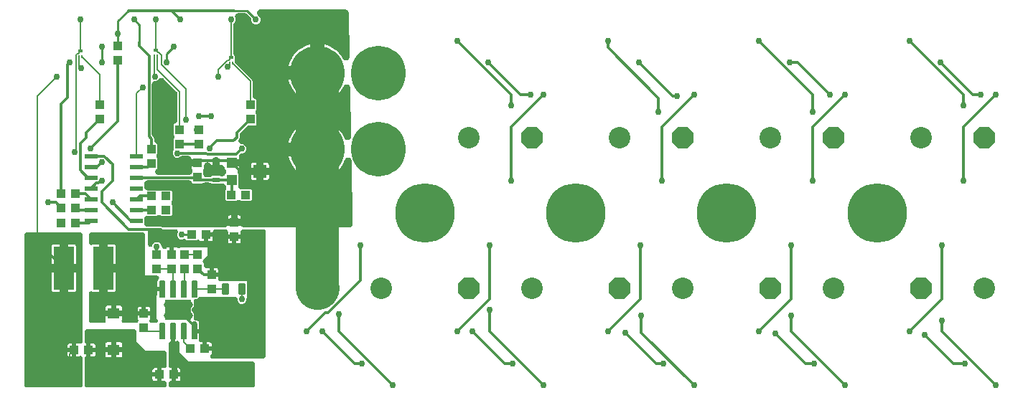
<source format=gbr>
G04 EAGLE Gerber RS-274X export*
G75*
%MOMM*%
%FSLAX34Y34*%
%LPD*%
%INBottom Copper*%
%IPPOS*%
%AMOC8*
5,1,8,0,0,1.08239X$1,22.5*%
G01*
%ADD10C,0.150000*%
%ADD11R,3.100000X2.400000*%
%ADD12C,0.808000*%
%ADD13C,2.540000*%
%ADD14P,2.749271X8X202.500000*%
%ADD15P,2.749271X8X22.500000*%
%ADD16R,1.000000X1.100000*%
%ADD17R,1.100000X1.000000*%
%ADD18R,0.830000X0.630000*%
%ADD19R,1.470000X1.270000*%
%ADD20C,0.443700*%
%ADD21C,7.000000*%
%ADD22R,1.500000X0.600000*%
%ADD23R,2.400000X5.100000*%
%ADD24R,1.200000X1.200000*%
%ADD25R,1.600000X1.500000*%
%ADD26C,6.451600*%
%ADD27R,0.550000X0.300000*%
%ADD28R,0.200000X0.300000*%
%ADD29C,0.756400*%
%ADD30C,0.304800*%
%ADD31C,5.080000*%
%ADD32C,0.152400*%
%ADD33C,0.203200*%
%ADD34C,0.254000*%

G36*
X248975Y202963D02*
X248975Y202963D01*
X249206Y202973D01*
X249260Y202983D01*
X249314Y202987D01*
X249540Y203035D01*
X249766Y203077D01*
X249818Y203094D01*
X249872Y203106D01*
X250088Y203185D01*
X250306Y203258D01*
X250355Y203283D01*
X250407Y203302D01*
X250610Y203410D01*
X250815Y203513D01*
X250861Y203544D01*
X250909Y203570D01*
X251095Y203706D01*
X251284Y203837D01*
X251325Y203874D01*
X251369Y203907D01*
X251534Y204067D01*
X251703Y204223D01*
X251738Y204266D01*
X251777Y204304D01*
X251918Y204486D01*
X252064Y204664D01*
X252092Y204712D01*
X252126Y204755D01*
X252240Y204955D01*
X252326Y205097D01*
X260350Y205097D01*
X268379Y205097D01*
X268457Y204941D01*
X268488Y204895D01*
X268514Y204847D01*
X268650Y204661D01*
X268781Y204472D01*
X268818Y204431D01*
X268851Y204387D01*
X269011Y204222D01*
X269167Y204053D01*
X269210Y204018D01*
X269248Y203979D01*
X269430Y203838D01*
X269608Y203692D01*
X269655Y203664D01*
X269699Y203630D01*
X269899Y203516D01*
X270096Y203397D01*
X270146Y203375D01*
X270194Y203348D01*
X270408Y203263D01*
X270619Y203172D01*
X270672Y203158D01*
X270723Y203138D01*
X270948Y203083D01*
X271169Y203023D01*
X271213Y203019D01*
X271277Y203004D01*
X271844Y202948D01*
X271910Y202951D01*
X271954Y202947D01*
X395991Y202947D01*
X396261Y202966D01*
X396530Y202983D01*
X396544Y202986D01*
X396559Y202987D01*
X396823Y203043D01*
X397088Y203098D01*
X397102Y203103D01*
X397117Y203106D01*
X397371Y203199D01*
X397624Y203289D01*
X397637Y203296D01*
X397652Y203302D01*
X397891Y203430D01*
X398129Y203554D01*
X398141Y203563D01*
X398154Y203570D01*
X398371Y203729D01*
X398591Y203887D01*
X398602Y203898D01*
X398614Y203907D01*
X398808Y204095D01*
X399002Y204282D01*
X399011Y204294D01*
X399022Y204304D01*
X399188Y204518D01*
X399354Y204730D01*
X399362Y204743D01*
X399371Y204755D01*
X399504Y204989D01*
X399640Y205223D01*
X399646Y205237D01*
X399653Y205250D01*
X399753Y205502D01*
X399854Y205751D01*
X399858Y205765D01*
X399863Y205779D01*
X399927Y206043D01*
X399992Y206304D01*
X399993Y206316D01*
X399997Y206333D01*
X400053Y206900D01*
X400048Y207016D01*
X400053Y207090D01*
X398596Y281420D01*
X398594Y281438D01*
X398595Y281456D01*
X398569Y281723D01*
X398545Y281988D01*
X398541Y282005D01*
X398539Y282023D01*
X398475Y282285D01*
X398415Y282542D01*
X398409Y282559D01*
X398404Y282576D01*
X398305Y282826D01*
X398209Y283074D01*
X398200Y283089D01*
X398193Y283106D01*
X398060Y283338D01*
X397930Y283571D01*
X397919Y283585D01*
X397910Y283600D01*
X397747Y283811D01*
X397585Y284024D01*
X397572Y284036D01*
X397561Y284050D01*
X397371Y284235D01*
X397179Y284424D01*
X397165Y284435D01*
X397152Y284447D01*
X396936Y284605D01*
X396722Y284764D01*
X396707Y284772D01*
X396692Y284783D01*
X396454Y284910D01*
X396222Y285037D01*
X396205Y285043D01*
X396189Y285051D01*
X395937Y285143D01*
X395688Y285236D01*
X395671Y285240D01*
X395654Y285246D01*
X395393Y285302D01*
X395132Y285360D01*
X395114Y285361D01*
X395097Y285365D01*
X394829Y285383D01*
X394564Y285404D01*
X394546Y285403D01*
X394528Y285404D01*
X394262Y285385D01*
X393995Y285368D01*
X393977Y285364D01*
X393960Y285363D01*
X393699Y285307D01*
X393437Y285253D01*
X393420Y285247D01*
X393403Y285243D01*
X393152Y285151D01*
X392900Y285061D01*
X392884Y285053D01*
X392868Y285047D01*
X392634Y284921D01*
X392396Y284796D01*
X392381Y284786D01*
X392366Y284777D01*
X392151Y284620D01*
X391934Y284463D01*
X391921Y284451D01*
X391906Y284440D01*
X391713Y284252D01*
X391522Y284069D01*
X391511Y284055D01*
X391499Y284042D01*
X391335Y283830D01*
X391170Y283621D01*
X391161Y283605D01*
X391151Y283591D01*
X391120Y283534D01*
X390884Y283128D01*
X390824Y282979D01*
X390780Y282895D01*
X389636Y280134D01*
X388024Y277118D01*
X386126Y274277D01*
X386125Y274277D01*
X386124Y274275D01*
X383955Y271633D01*
X381537Y269215D01*
X378895Y267046D01*
X376052Y265146D01*
X373036Y263534D01*
X369878Y262226D01*
X366605Y261233D01*
X366267Y261166D01*
X366267Y290966D01*
X366251Y291195D01*
X366241Y291425D01*
X366231Y291479D01*
X366227Y291534D01*
X366179Y291759D01*
X366137Y291986D01*
X366120Y292038D01*
X366108Y292091D01*
X366029Y292308D01*
X365956Y292526D01*
X365931Y292575D01*
X365912Y292627D01*
X365804Y292830D01*
X365701Y293035D01*
X365669Y293081D01*
X365644Y293129D01*
X365508Y293314D01*
X365377Y293504D01*
X365340Y293545D01*
X365307Y293589D01*
X365147Y293754D01*
X364991Y293923D01*
X364948Y293958D01*
X364910Y293997D01*
X364728Y294138D01*
X364550Y294284D01*
X364502Y294312D01*
X364459Y294346D01*
X364259Y294460D01*
X364062Y294579D01*
X364012Y294601D01*
X363964Y294628D01*
X363749Y294713D01*
X363539Y294804D01*
X363486Y294818D01*
X363435Y294838D01*
X363210Y294893D01*
X362989Y294953D01*
X362945Y294957D01*
X362881Y294972D01*
X362314Y295028D01*
X362248Y295025D01*
X362204Y295029D01*
X358139Y295029D01*
X358139Y295031D01*
X362204Y295031D01*
X362433Y295047D01*
X362664Y295057D01*
X362718Y295067D01*
X362772Y295071D01*
X362998Y295119D01*
X363224Y295161D01*
X363276Y295178D01*
X363330Y295190D01*
X363546Y295269D01*
X363764Y295342D01*
X363813Y295367D01*
X363865Y295386D01*
X364068Y295494D01*
X364273Y295597D01*
X364319Y295629D01*
X364367Y295655D01*
X364553Y295790D01*
X364742Y295921D01*
X364783Y295959D01*
X364827Y295991D01*
X364992Y296151D01*
X365161Y296307D01*
X365196Y296350D01*
X365235Y296388D01*
X365376Y296570D01*
X365522Y296749D01*
X365550Y296796D01*
X365584Y296839D01*
X365698Y297039D01*
X365817Y297236D01*
X365839Y297286D01*
X365866Y297334D01*
X365951Y297549D01*
X366042Y297759D01*
X366056Y297812D01*
X366076Y297864D01*
X366131Y298088D01*
X366191Y298309D01*
X366195Y298354D01*
X366210Y298417D01*
X366266Y298984D01*
X366263Y299050D01*
X366267Y299094D01*
X366267Y328894D01*
X366605Y328827D01*
X369878Y327834D01*
X373036Y326526D01*
X376052Y324914D01*
X378895Y323014D01*
X381537Y320845D01*
X383955Y318427D01*
X386124Y315785D01*
X388024Y312942D01*
X389636Y309926D01*
X390216Y308525D01*
X390260Y308438D01*
X390295Y308347D01*
X390387Y308183D01*
X390470Y308015D01*
X390526Y307935D01*
X390573Y307850D01*
X390687Y307701D01*
X390794Y307546D01*
X390860Y307474D01*
X390919Y307397D01*
X391052Y307265D01*
X391179Y307127D01*
X391255Y307065D01*
X391324Y306996D01*
X391475Y306884D01*
X391620Y306765D01*
X391703Y306715D01*
X391782Y306656D01*
X391946Y306567D01*
X392107Y306469D01*
X392196Y306431D01*
X392282Y306384D01*
X392458Y306318D01*
X392630Y306244D01*
X392724Y306218D01*
X392816Y306184D01*
X392999Y306143D01*
X393180Y306094D01*
X393276Y306082D01*
X393372Y306061D01*
X393559Y306046D01*
X393745Y306023D01*
X393843Y306024D01*
X393940Y306017D01*
X394127Y306029D01*
X394315Y306031D01*
X394411Y306046D01*
X394509Y306053D01*
X394692Y306090D01*
X394878Y306119D01*
X394971Y306148D01*
X395067Y306167D01*
X395243Y306231D01*
X395423Y306285D01*
X395511Y306327D01*
X395603Y306359D01*
X395769Y306447D01*
X395939Y306526D01*
X396021Y306579D01*
X396108Y306624D01*
X396260Y306734D01*
X396417Y306836D01*
X396491Y306900D01*
X396570Y306957D01*
X396705Y307087D01*
X396847Y307211D01*
X396911Y307284D01*
X396981Y307352D01*
X397097Y307500D01*
X397220Y307641D01*
X397273Y307723D01*
X397333Y307800D01*
X397427Y307962D01*
X397529Y308120D01*
X397570Y308208D01*
X397619Y308293D01*
X397690Y308467D01*
X397768Y308637D01*
X397797Y308730D01*
X397833Y308821D01*
X397879Y309003D01*
X397933Y309183D01*
X397948Y309279D01*
X397971Y309374D01*
X397981Y309493D01*
X398019Y309746D01*
X398023Y310038D01*
X398032Y310160D01*
X396903Y367760D01*
X396894Y367863D01*
X396894Y367966D01*
X396868Y368147D01*
X396852Y368327D01*
X396828Y368428D01*
X396814Y368531D01*
X396763Y368705D01*
X396722Y368882D01*
X396685Y368979D01*
X396656Y369078D01*
X396582Y369244D01*
X396516Y369413D01*
X396465Y369504D01*
X396423Y369598D01*
X396326Y369752D01*
X396237Y369910D01*
X396174Y369993D01*
X396119Y370080D01*
X396002Y370219D01*
X395892Y370364D01*
X395818Y370436D01*
X395751Y370515D01*
X395616Y370636D01*
X395486Y370764D01*
X395403Y370826D01*
X395326Y370895D01*
X395175Y370996D01*
X395029Y371104D01*
X394938Y371153D01*
X394852Y371211D01*
X394688Y371289D01*
X394529Y371376D01*
X394432Y371412D01*
X394338Y371457D01*
X394165Y371512D01*
X393995Y371576D01*
X393894Y371598D01*
X393795Y371630D01*
X393616Y371660D01*
X393439Y371699D01*
X393335Y371707D01*
X393233Y371724D01*
X393052Y371729D01*
X392871Y371743D01*
X392767Y371737D01*
X392664Y371740D01*
X392483Y371719D01*
X392302Y371708D01*
X392200Y371687D01*
X392098Y371675D01*
X391922Y371629D01*
X391744Y371593D01*
X391646Y371558D01*
X391546Y371532D01*
X391378Y371462D01*
X391207Y371401D01*
X391116Y371353D01*
X391020Y371313D01*
X390864Y371220D01*
X390703Y371136D01*
X390619Y371075D01*
X390530Y371022D01*
X390388Y370909D01*
X390241Y370803D01*
X390166Y370731D01*
X390085Y370666D01*
X389960Y370534D01*
X389829Y370408D01*
X389766Y370327D01*
X389694Y370252D01*
X389628Y370153D01*
X389477Y369960D01*
X389324Y369696D01*
X389257Y369596D01*
X388024Y367288D01*
X386124Y364445D01*
X383955Y361803D01*
X381537Y359385D01*
X378895Y357216D01*
X376052Y355316D01*
X373036Y353704D01*
X369878Y352396D01*
X366605Y351403D01*
X366267Y351336D01*
X366267Y381136D01*
X366251Y381365D01*
X366241Y381595D01*
X366231Y381649D01*
X366227Y381704D01*
X366179Y381929D01*
X366137Y382156D01*
X366120Y382208D01*
X366108Y382261D01*
X366029Y382478D01*
X365956Y382696D01*
X365931Y382745D01*
X365912Y382797D01*
X365804Y383000D01*
X365701Y383205D01*
X365669Y383251D01*
X365644Y383299D01*
X365508Y383484D01*
X365377Y383674D01*
X365340Y383715D01*
X365307Y383759D01*
X365147Y383924D01*
X364991Y384093D01*
X364948Y384128D01*
X364910Y384167D01*
X364728Y384308D01*
X364550Y384454D01*
X364502Y384482D01*
X364459Y384516D01*
X364259Y384630D01*
X364062Y384749D01*
X364012Y384771D01*
X363964Y384798D01*
X363749Y384883D01*
X363539Y384974D01*
X363486Y384988D01*
X363435Y385008D01*
X363210Y385063D01*
X362989Y385123D01*
X362945Y385127D01*
X362881Y385142D01*
X362314Y385198D01*
X362248Y385195D01*
X362204Y385199D01*
X358139Y385199D01*
X358139Y385201D01*
X362204Y385201D01*
X362433Y385217D01*
X362664Y385227D01*
X362718Y385237D01*
X362772Y385241D01*
X362998Y385289D01*
X363224Y385331D01*
X363276Y385348D01*
X363330Y385360D01*
X363546Y385439D01*
X363764Y385512D01*
X363813Y385537D01*
X363865Y385556D01*
X364068Y385664D01*
X364273Y385767D01*
X364319Y385799D01*
X364367Y385825D01*
X364553Y385960D01*
X364742Y386091D01*
X364783Y386129D01*
X364827Y386161D01*
X364992Y386321D01*
X365161Y386477D01*
X365196Y386520D01*
X365235Y386558D01*
X365376Y386740D01*
X365522Y386919D01*
X365550Y386966D01*
X365584Y387009D01*
X365698Y387209D01*
X365817Y387406D01*
X365839Y387456D01*
X365866Y387504D01*
X365951Y387719D01*
X366042Y387929D01*
X366056Y387982D01*
X366076Y388034D01*
X366131Y388258D01*
X366191Y388479D01*
X366195Y388524D01*
X366210Y388587D01*
X366266Y389154D01*
X366263Y389220D01*
X366267Y389264D01*
X366267Y419064D01*
X366605Y418997D01*
X369878Y418004D01*
X373036Y416696D01*
X376052Y415084D01*
X378895Y413184D01*
X381537Y411015D01*
X383955Y408597D01*
X386124Y405955D01*
X388024Y403112D01*
X388544Y402139D01*
X388641Y401984D01*
X388731Y401824D01*
X388793Y401743D01*
X388847Y401656D01*
X388965Y401517D01*
X389076Y401371D01*
X389149Y401299D01*
X389215Y401221D01*
X389351Y401099D01*
X389482Y400970D01*
X389563Y400910D01*
X389640Y400841D01*
X389792Y400740D01*
X389939Y400631D01*
X390029Y400582D01*
X390113Y400525D01*
X390279Y400446D01*
X390439Y400358D01*
X390535Y400322D01*
X390627Y400278D01*
X390802Y400222D01*
X390973Y400158D01*
X391073Y400136D01*
X391170Y400105D01*
X391350Y400075D01*
X391529Y400035D01*
X391631Y400027D01*
X391732Y400010D01*
X391915Y400005D01*
X392097Y399991D01*
X392199Y399997D01*
X392301Y399995D01*
X392483Y400015D01*
X392666Y400027D01*
X392766Y400047D01*
X392867Y400059D01*
X393045Y400105D01*
X393224Y400142D01*
X393320Y400176D01*
X393419Y400202D01*
X393588Y400272D01*
X393761Y400334D01*
X393851Y400381D01*
X393945Y400420D01*
X394103Y400513D01*
X394265Y400599D01*
X394348Y400658D01*
X394436Y400710D01*
X394579Y400824D01*
X394727Y400932D01*
X394801Y401002D01*
X394881Y401066D01*
X395006Y401199D01*
X395139Y401326D01*
X395202Y401406D01*
X395272Y401481D01*
X395377Y401630D01*
X395491Y401774D01*
X395542Y401863D01*
X395601Y401946D01*
X395684Y402108D01*
X395776Y402267D01*
X395815Y402362D01*
X395862Y402452D01*
X395922Y402625D01*
X395991Y402795D01*
X396015Y402894D01*
X396049Y402990D01*
X396084Y403170D01*
X396129Y403348D01*
X396135Y403426D01*
X396159Y403549D01*
X396190Y404118D01*
X396189Y404127D01*
X396190Y404134D01*
X395168Y456266D01*
X395151Y456455D01*
X395142Y456646D01*
X395125Y456739D01*
X395117Y456833D01*
X395073Y457018D01*
X395038Y457206D01*
X395008Y457296D01*
X394987Y457388D01*
X394918Y457565D01*
X394857Y457746D01*
X394815Y457831D01*
X394780Y457919D01*
X394687Y458085D01*
X394602Y458255D01*
X394548Y458334D01*
X394502Y458416D01*
X394386Y458567D01*
X394278Y458724D01*
X394214Y458794D01*
X394156Y458869D01*
X394021Y459003D01*
X393892Y459143D01*
X393818Y459203D01*
X393751Y459270D01*
X393598Y459383D01*
X393451Y459504D01*
X393370Y459553D01*
X393294Y459610D01*
X393126Y459701D01*
X392964Y459799D01*
X392877Y459837D01*
X392793Y459882D01*
X392615Y459949D01*
X392440Y460024D01*
X392349Y460049D01*
X392260Y460082D01*
X392073Y460123D01*
X391890Y460173D01*
X391817Y460180D01*
X391703Y460205D01*
X391135Y460249D01*
X391118Y460248D01*
X391105Y460249D01*
X291125Y460249D01*
X291010Y460241D01*
X290895Y460243D01*
X290727Y460221D01*
X290557Y460209D01*
X290444Y460185D01*
X290330Y460171D01*
X290166Y460126D01*
X290000Y460090D01*
X289891Y460051D01*
X289780Y460020D01*
X289624Y459953D01*
X289464Y459894D01*
X289363Y459840D01*
X289257Y459794D01*
X289112Y459706D01*
X288962Y459626D01*
X288869Y459558D01*
X288771Y459498D01*
X288639Y459390D01*
X288502Y459289D01*
X288420Y459209D01*
X288331Y459136D01*
X288216Y459010D01*
X288094Y458892D01*
X288023Y458801D01*
X287945Y458716D01*
X287849Y458575D01*
X287745Y458441D01*
X287688Y458341D01*
X287623Y458246D01*
X287547Y458094D01*
X287463Y457946D01*
X287420Y457839D01*
X287369Y457736D01*
X287316Y457575D01*
X287253Y457417D01*
X287226Y457304D01*
X287189Y457195D01*
X287159Y457028D01*
X287119Y456863D01*
X287107Y456748D01*
X287087Y456635D01*
X287080Y456465D01*
X287063Y456296D01*
X287068Y456181D01*
X287064Y456065D01*
X287081Y455896D01*
X287088Y455726D01*
X287109Y455613D01*
X287120Y455498D01*
X287161Y455333D01*
X287192Y455166D01*
X287229Y455057D01*
X287256Y454945D01*
X287319Y454787D01*
X287373Y454626D01*
X287425Y454523D01*
X287468Y454416D01*
X287552Y454269D01*
X287628Y454117D01*
X287694Y454022D01*
X287751Y453922D01*
X287824Y453833D01*
X287952Y453648D01*
X288177Y453404D01*
X288252Y453313D01*
X290249Y451316D01*
X291057Y449366D01*
X291057Y447254D01*
X290249Y445304D01*
X288756Y443811D01*
X286806Y443003D01*
X284694Y443003D01*
X282744Y443811D01*
X281251Y445304D01*
X280443Y447254D01*
X280443Y447981D01*
X280439Y448041D01*
X280441Y448102D01*
X280419Y448325D01*
X280403Y448550D01*
X280391Y448609D01*
X280385Y448669D01*
X280331Y448887D01*
X280284Y449107D01*
X280264Y449163D01*
X280249Y449222D01*
X280166Y449431D01*
X280088Y449642D01*
X280060Y449695D01*
X280038Y449751D01*
X279926Y449946D01*
X279820Y450144D01*
X279784Y450193D01*
X279754Y450246D01*
X279679Y450337D01*
X279483Y450604D01*
X279326Y450765D01*
X279253Y450854D01*
X275366Y454741D01*
X275321Y454781D01*
X275280Y454825D01*
X275106Y454967D01*
X274936Y455115D01*
X274886Y455148D01*
X274839Y455186D01*
X274647Y455303D01*
X274458Y455425D01*
X274403Y455450D01*
X274352Y455481D01*
X274145Y455570D01*
X273941Y455665D01*
X273883Y455682D01*
X273828Y455706D01*
X273611Y455764D01*
X273396Y455830D01*
X273336Y455839D01*
X273278Y455855D01*
X273161Y455866D01*
X272833Y455917D01*
X272608Y455920D01*
X272493Y455931D01*
X265208Y455931D01*
X265036Y455919D01*
X264863Y455917D01*
X264752Y455899D01*
X264640Y455891D01*
X264471Y455855D01*
X264300Y455829D01*
X264193Y455796D01*
X264083Y455772D01*
X263920Y455713D01*
X263755Y455663D01*
X263653Y455615D01*
X263548Y455576D01*
X263395Y455495D01*
X263239Y455422D01*
X263144Y455361D01*
X263045Y455308D01*
X262906Y455206D01*
X262761Y455112D01*
X262676Y455038D01*
X262585Y454971D01*
X262462Y454851D01*
X262331Y454737D01*
X262258Y454652D01*
X262177Y454574D01*
X262071Y454437D01*
X261958Y454307D01*
X261897Y454212D01*
X261828Y454123D01*
X261743Y453973D01*
X261649Y453828D01*
X261602Y453726D01*
X261546Y453628D01*
X261482Y453467D01*
X261410Y453311D01*
X261377Y453203D01*
X261336Y453099D01*
X261295Y452930D01*
X261245Y452765D01*
X261228Y452654D01*
X261202Y452545D01*
X261185Y452373D01*
X261159Y452202D01*
X261157Y452090D01*
X261146Y451978D01*
X261154Y451805D01*
X261152Y451632D01*
X261166Y451521D01*
X261171Y451408D01*
X261203Y451238D01*
X261225Y451067D01*
X261250Y450986D01*
X261275Y450848D01*
X261450Y450326D01*
X261454Y450313D01*
X261847Y449366D01*
X261847Y447254D01*
X261039Y445304D01*
X260017Y444282D01*
X259977Y444236D01*
X259933Y444195D01*
X259791Y444021D01*
X259643Y443852D01*
X259610Y443801D01*
X259572Y443754D01*
X259455Y443562D01*
X259333Y443374D01*
X259308Y443319D01*
X259277Y443267D01*
X259188Y443061D01*
X259093Y442857D01*
X259076Y442799D01*
X259052Y442744D01*
X258994Y442527D01*
X258928Y442311D01*
X258919Y442252D01*
X258903Y442194D01*
X258892Y442076D01*
X258841Y441748D01*
X258838Y441524D01*
X258827Y441409D01*
X258827Y409103D01*
X258831Y409042D01*
X258829Y408982D01*
X258851Y408759D01*
X258867Y408534D01*
X258879Y408475D01*
X258885Y408415D01*
X258939Y408197D01*
X258986Y407977D01*
X259006Y407921D01*
X259021Y407862D01*
X259104Y407653D01*
X259182Y407442D01*
X259210Y407389D01*
X259233Y407333D01*
X259344Y407138D01*
X259450Y406940D01*
X259486Y406891D01*
X259516Y406838D01*
X259591Y406747D01*
X259787Y406480D01*
X259944Y406318D01*
X260017Y406229D01*
X260815Y405432D01*
X260815Y399192D01*
X260819Y399132D01*
X260817Y399072D01*
X260839Y398848D01*
X260855Y398624D01*
X260867Y398565D01*
X260873Y398505D01*
X260927Y398286D01*
X260974Y398067D01*
X260994Y398010D01*
X261009Y397951D01*
X261092Y397743D01*
X261170Y397532D01*
X261198Y397478D01*
X261220Y397422D01*
X261332Y397227D01*
X261438Y397029D01*
X261474Y396980D01*
X261504Y396928D01*
X261579Y396837D01*
X261775Y396569D01*
X261932Y396408D01*
X262005Y396319D01*
X280124Y378200D01*
X281339Y376985D01*
X281687Y376145D01*
X281687Y358678D01*
X281703Y358449D01*
X281713Y358218D01*
X281723Y358164D01*
X281727Y358110D01*
X281775Y357884D01*
X281817Y357658D01*
X281834Y357606D01*
X281846Y357552D01*
X281925Y357336D01*
X281998Y357118D01*
X282023Y357069D01*
X282042Y357017D01*
X282150Y356814D01*
X282253Y356609D01*
X282284Y356563D01*
X282310Y356515D01*
X282446Y356329D01*
X282577Y356140D01*
X282614Y356099D01*
X282647Y356055D01*
X282807Y355890D01*
X282963Y355721D01*
X283006Y355686D01*
X283044Y355647D01*
X283226Y355506D01*
X283404Y355360D01*
X283452Y355332D01*
X283495Y355298D01*
X283695Y355184D01*
X283892Y355065D01*
X283942Y355043D01*
X283990Y355016D01*
X284204Y354931D01*
X284415Y354840D01*
X284468Y354826D01*
X284519Y354806D01*
X284744Y354751D01*
X284951Y354695D01*
X285925Y353722D01*
X285925Y341331D01*
X285800Y341150D01*
X285776Y341101D01*
X285746Y341055D01*
X285649Y340846D01*
X285547Y340640D01*
X285529Y340588D01*
X285506Y340538D01*
X285439Y340318D01*
X285367Y340099D01*
X285357Y340045D01*
X285341Y339993D01*
X285306Y339766D01*
X285264Y339539D01*
X285262Y339484D01*
X285254Y339430D01*
X285250Y339200D01*
X285241Y338969D01*
X285247Y338915D01*
X285246Y338860D01*
X285275Y338632D01*
X285298Y338403D01*
X285311Y338349D01*
X285318Y338295D01*
X285379Y338073D01*
X285433Y337849D01*
X285454Y337798D01*
X285468Y337745D01*
X285559Y337534D01*
X285645Y337320D01*
X285673Y337272D01*
X285694Y337222D01*
X285814Y337026D01*
X285925Y336833D01*
X285925Y324458D01*
X285032Y323565D01*
X278370Y323565D01*
X278310Y323561D01*
X278249Y323563D01*
X278026Y323541D01*
X277802Y323525D01*
X277742Y323513D01*
X277682Y323507D01*
X277464Y323453D01*
X277244Y323406D01*
X277188Y323386D01*
X277129Y323371D01*
X276920Y323288D01*
X276709Y323210D01*
X276656Y323182D01*
X276600Y323160D01*
X276405Y323048D01*
X276207Y322942D01*
X276158Y322906D01*
X276106Y322876D01*
X276015Y322801D01*
X275747Y322605D01*
X275586Y322448D01*
X275497Y322375D01*
X267609Y314487D01*
X267569Y314442D01*
X267525Y314401D01*
X267383Y314227D01*
X267235Y314057D01*
X267202Y314006D01*
X267164Y313960D01*
X267047Y313767D01*
X266925Y313579D01*
X266900Y313524D01*
X266869Y313473D01*
X266780Y313266D01*
X266685Y313062D01*
X266668Y313004D01*
X266644Y312949D01*
X266586Y312732D01*
X266520Y312517D01*
X266511Y312457D01*
X266495Y312399D01*
X266484Y312282D01*
X266433Y311954D01*
X266430Y311729D01*
X266419Y311614D01*
X266419Y308674D01*
X265657Y306835D01*
X265602Y306672D01*
X265538Y306511D01*
X265512Y306401D01*
X265476Y306295D01*
X265445Y306125D01*
X265404Y305957D01*
X265393Y305845D01*
X265373Y305734D01*
X265366Y305562D01*
X265349Y305390D01*
X265354Y305277D01*
X265349Y305165D01*
X265366Y304993D01*
X265374Y304820D01*
X265394Y304710D01*
X265405Y304598D01*
X265446Y304430D01*
X265478Y304260D01*
X265513Y304154D01*
X265540Y304044D01*
X265604Y303884D01*
X265659Y303720D01*
X265709Y303619D01*
X265751Y303515D01*
X265837Y303365D01*
X265914Y303211D01*
X265978Y303118D01*
X266034Y303020D01*
X266140Y302884D01*
X266238Y302742D01*
X266314Y302659D01*
X266383Y302570D01*
X266507Y302450D01*
X266624Y302323D01*
X266711Y302252D01*
X266792Y302173D01*
X266931Y302072D01*
X267065Y301962D01*
X267161Y301904D01*
X267252Y301837D01*
X267405Y301756D01*
X267552Y301667D01*
X267656Y301622D01*
X267755Y301569D01*
X267917Y301510D01*
X268076Y301442D01*
X268185Y301413D01*
X268290Y301374D01*
X268459Y301338D01*
X268626Y301293D01*
X268711Y301285D01*
X268848Y301256D01*
X269398Y301218D01*
X269411Y301217D01*
X270296Y301217D01*
X272246Y300409D01*
X273739Y298916D01*
X274547Y296966D01*
X274547Y294854D01*
X273739Y292904D01*
X272246Y291411D01*
X270296Y290603D01*
X269928Y290603D01*
X269868Y290599D01*
X269807Y290601D01*
X269584Y290579D01*
X269360Y290563D01*
X269300Y290551D01*
X269240Y290545D01*
X269022Y290491D01*
X268802Y290444D01*
X268746Y290424D01*
X268687Y290409D01*
X268478Y290326D01*
X268267Y290248D01*
X268214Y290220D01*
X268158Y290198D01*
X267963Y290086D01*
X267765Y289980D01*
X267716Y289944D01*
X267664Y289914D01*
X267573Y289839D01*
X267305Y289643D01*
X267156Y289498D01*
X267122Y289472D01*
X267106Y289455D01*
X267055Y289413D01*
X266960Y289319D01*
X266899Y289248D01*
X266897Y289246D01*
X266894Y289242D01*
X266846Y289187D01*
X266725Y289062D01*
X266660Y288973D01*
X266587Y288889D01*
X266492Y288743D01*
X266390Y288602D01*
X266337Y288504D01*
X266277Y288410D01*
X266204Y288253D01*
X266122Y288099D01*
X266084Y287994D01*
X266037Y287894D01*
X265987Y287727D01*
X265927Y287563D01*
X265904Y287455D01*
X265872Y287348D01*
X265845Y287176D01*
X265809Y287006D01*
X265802Y286895D01*
X265785Y286785D01*
X265782Y286611D01*
X265770Y286438D01*
X265779Y286353D01*
X265777Y286216D01*
X265848Y285660D01*
X265848Y285653D01*
X265881Y285490D01*
X265881Y283303D01*
X257340Y283303D01*
X257111Y283287D01*
X256881Y283277D01*
X256827Y283267D01*
X256772Y283263D01*
X256547Y283215D01*
X256321Y283173D01*
X256268Y283156D01*
X256215Y283144D01*
X255999Y283065D01*
X255780Y282992D01*
X255731Y282967D01*
X255680Y282949D01*
X255477Y282840D01*
X255271Y282737D01*
X255226Y282706D01*
X255177Y282680D01*
X254991Y282544D01*
X254802Y282413D01*
X254762Y282376D01*
X254717Y282343D01*
X254553Y282183D01*
X254383Y282027D01*
X254348Y281984D01*
X254309Y281946D01*
X254168Y281764D01*
X254022Y281586D01*
X253994Y281539D01*
X253960Y281495D01*
X253846Y281295D01*
X253727Y281099D01*
X253705Y281048D01*
X253678Y281000D01*
X253593Y280786D01*
X253503Y280575D01*
X253488Y280522D01*
X253468Y280471D01*
X253414Y280246D01*
X253354Y280025D01*
X253349Y279981D01*
X253334Y279917D01*
X253279Y279350D01*
X253279Y279342D01*
X253281Y279284D01*
X253277Y279240D01*
X253293Y279010D01*
X253303Y278780D01*
X253313Y278726D01*
X253317Y278671D01*
X253365Y278446D01*
X253407Y278220D01*
X253425Y278168D01*
X253436Y278114D01*
X253515Y277898D01*
X253588Y277680D01*
X253613Y277631D01*
X253632Y277579D01*
X253741Y277376D01*
X253844Y277170D01*
X253875Y277125D01*
X253901Y277077D01*
X254036Y276891D01*
X254167Y276702D01*
X254205Y276661D01*
X254237Y276617D01*
X254397Y276452D01*
X254554Y276283D01*
X254596Y276248D01*
X254635Y276209D01*
X254816Y276068D01*
X254995Y275922D01*
X255042Y275893D01*
X255085Y275860D01*
X255285Y275746D01*
X255482Y275626D01*
X255532Y275605D01*
X255580Y275578D01*
X255795Y275492D01*
X256006Y275402D01*
X256058Y275388D01*
X256110Y275367D01*
X256334Y275313D01*
X256556Y275253D01*
X256600Y275249D01*
X256664Y275233D01*
X257231Y275178D01*
X257296Y275181D01*
X257340Y275177D01*
X265881Y275177D01*
X265881Y272990D01*
X265783Y272499D01*
X265592Y272037D01*
X265313Y271620D01*
X265088Y271395D01*
X264937Y271221D01*
X264781Y271051D01*
X264750Y271006D01*
X264714Y270965D01*
X264589Y270771D01*
X264459Y270582D01*
X264434Y270532D01*
X264404Y270486D01*
X264308Y270278D01*
X264205Y270071D01*
X264188Y270019D01*
X264165Y269970D01*
X264098Y269750D01*
X264025Y269531D01*
X264015Y269477D01*
X263999Y269424D01*
X263964Y269197D01*
X263923Y268970D01*
X263920Y268915D01*
X263912Y268861D01*
X263909Y268631D01*
X263900Y268401D01*
X263905Y268346D01*
X263904Y268291D01*
X263933Y268063D01*
X263956Y267834D01*
X263969Y267781D01*
X263976Y267726D01*
X264037Y267504D01*
X264092Y267281D01*
X264112Y267230D01*
X264127Y267177D01*
X264218Y266965D01*
X264304Y266752D01*
X264331Y266704D01*
X264353Y266654D01*
X264472Y266457D01*
X264587Y266257D01*
X264615Y266223D01*
X264649Y266167D01*
X264865Y265905D01*
X264865Y251888D01*
X264881Y251659D01*
X264891Y251428D01*
X264901Y251374D01*
X264905Y251320D01*
X264953Y251094D01*
X264995Y250868D01*
X265012Y250816D01*
X265024Y250762D01*
X265103Y250546D01*
X265176Y250328D01*
X265201Y250279D01*
X265220Y250227D01*
X265328Y250024D01*
X265431Y249819D01*
X265462Y249773D01*
X265488Y249725D01*
X265624Y249539D01*
X265755Y249350D01*
X265792Y249309D01*
X265825Y249265D01*
X265985Y249100D01*
X266141Y248931D01*
X266184Y248896D01*
X266222Y248857D01*
X266404Y248716D01*
X266582Y248570D01*
X266630Y248542D01*
X266673Y248508D01*
X266873Y248394D01*
X267070Y248275D01*
X267120Y248253D01*
X267168Y248226D01*
X267382Y248141D01*
X267593Y248050D01*
X267646Y248036D01*
X267697Y248016D01*
X267922Y247961D01*
X268143Y247901D01*
X268187Y247897D01*
X268251Y247881D01*
X268818Y247826D01*
X268884Y247829D01*
X268928Y247825D01*
X280062Y247825D01*
X280955Y246932D01*
X280955Y235668D01*
X280062Y234775D01*
X267672Y234775D01*
X267669Y234777D01*
X267490Y234900D01*
X267441Y234924D01*
X267395Y234954D01*
X267318Y234990D01*
X267296Y235003D01*
X267209Y235040D01*
X267186Y235051D01*
X266980Y235153D01*
X266928Y235171D01*
X266878Y235194D01*
X266784Y235222D01*
X266773Y235227D01*
X266727Y235240D01*
X266658Y235261D01*
X266439Y235333D01*
X266385Y235343D01*
X266333Y235359D01*
X266223Y235376D01*
X266221Y235376D01*
X266106Y235394D01*
X265879Y235436D01*
X265824Y235438D01*
X265770Y235446D01*
X265540Y235450D01*
X265309Y235459D01*
X265255Y235453D01*
X265200Y235454D01*
X264972Y235425D01*
X264743Y235402D01*
X264689Y235389D01*
X264635Y235382D01*
X264413Y235321D01*
X264325Y235300D01*
X264297Y235294D01*
X264289Y235291D01*
X264189Y235267D01*
X264138Y235246D01*
X264085Y235232D01*
X263874Y235141D01*
X263834Y235124D01*
X263761Y235098D01*
X263743Y235088D01*
X263660Y235055D01*
X263612Y235027D01*
X263562Y235006D01*
X263368Y234888D01*
X263259Y234829D01*
X263232Y234809D01*
X263173Y234775D01*
X250798Y234775D01*
X249905Y235668D01*
X249905Y246944D01*
X249977Y247026D01*
X250132Y247195D01*
X250163Y247241D01*
X250199Y247282D01*
X250324Y247475D01*
X250455Y247665D01*
X250479Y247714D01*
X250509Y247760D01*
X250606Y247969D01*
X250708Y248175D01*
X250726Y248227D01*
X250749Y248277D01*
X250816Y248497D01*
X250888Y248716D01*
X250898Y248770D01*
X250914Y248822D01*
X250949Y249049D01*
X250991Y249276D01*
X250993Y249331D01*
X251001Y249385D01*
X251005Y249615D01*
X251014Y249846D01*
X251008Y249900D01*
X251009Y249955D01*
X250980Y250184D01*
X250957Y250413D01*
X250944Y250466D01*
X250937Y250520D01*
X250876Y250743D01*
X250822Y250966D01*
X250801Y251017D01*
X250787Y251070D01*
X250695Y251281D01*
X250610Y251495D01*
X250583Y251543D01*
X250561Y251593D01*
X250441Y251790D01*
X250326Y251989D01*
X250298Y252023D01*
X250264Y252079D01*
X249902Y252520D01*
X249854Y252564D01*
X249826Y252598D01*
X248688Y253736D01*
X248514Y253887D01*
X248345Y254042D01*
X248299Y254073D01*
X248258Y254109D01*
X248065Y254234D01*
X247875Y254365D01*
X247826Y254389D01*
X247780Y254419D01*
X247571Y254516D01*
X247365Y254618D01*
X247313Y254636D01*
X247263Y254659D01*
X247043Y254726D01*
X246824Y254798D01*
X246770Y254808D01*
X246718Y254824D01*
X246491Y254859D01*
X246264Y254901D01*
X246209Y254903D01*
X246155Y254911D01*
X245925Y254915D01*
X245694Y254924D01*
X245640Y254918D01*
X245585Y254919D01*
X245356Y254890D01*
X245128Y254867D01*
X245074Y254854D01*
X245020Y254847D01*
X244797Y254786D01*
X244574Y254732D01*
X244523Y254711D01*
X244470Y254697D01*
X244259Y254605D01*
X244045Y254520D01*
X243997Y254493D01*
X243947Y254471D01*
X243750Y254351D01*
X243723Y254335D01*
X233978Y254335D01*
X233543Y254771D01*
X233497Y254811D01*
X233456Y254855D01*
X233282Y254998D01*
X233112Y255145D01*
X233062Y255178D01*
X233015Y255216D01*
X232822Y255333D01*
X232634Y255455D01*
X232579Y255480D01*
X232528Y255511D01*
X232322Y255600D01*
X232117Y255695D01*
X232059Y255712D01*
X232004Y255736D01*
X231788Y255794D01*
X231572Y255860D01*
X231512Y255869D01*
X231454Y255885D01*
X231337Y255896D01*
X231009Y255947D01*
X230784Y255950D01*
X230669Y255961D01*
X225461Y255961D01*
X225400Y255957D01*
X225340Y255959D01*
X225117Y255937D01*
X224892Y255921D01*
X224833Y255909D01*
X224773Y255903D01*
X224555Y255849D01*
X224335Y255802D01*
X224278Y255782D01*
X224220Y255767D01*
X224011Y255684D01*
X223800Y255606D01*
X223747Y255578D01*
X223691Y255556D01*
X223496Y255444D01*
X223298Y255338D01*
X223249Y255302D01*
X223196Y255272D01*
X223105Y255197D01*
X222838Y255001D01*
X222821Y254985D01*
X211538Y254985D01*
X210216Y256308D01*
X210182Y256372D01*
X210079Y256577D01*
X210048Y256623D01*
X210022Y256671D01*
X209886Y256857D01*
X209755Y257046D01*
X209718Y257087D01*
X209685Y257131D01*
X209525Y257296D01*
X209369Y257465D01*
X209326Y257500D01*
X209288Y257539D01*
X209106Y257680D01*
X208928Y257826D01*
X208880Y257854D01*
X208837Y257888D01*
X208637Y258002D01*
X208440Y258121D01*
X208390Y258143D01*
X208342Y258170D01*
X208128Y258255D01*
X207917Y258346D01*
X207864Y258360D01*
X207813Y258380D01*
X207588Y258435D01*
X207367Y258495D01*
X207323Y258499D01*
X207259Y258515D01*
X206692Y258570D01*
X206626Y258567D01*
X206582Y258571D01*
X157925Y258571D01*
X157810Y258563D01*
X157694Y258565D01*
X157526Y258543D01*
X157356Y258531D01*
X157243Y258507D01*
X157129Y258493D01*
X156965Y258448D01*
X156799Y258412D01*
X156691Y258373D01*
X156579Y258342D01*
X156424Y258275D01*
X156264Y258216D01*
X156162Y258162D01*
X156056Y258116D01*
X155911Y258028D01*
X155761Y257948D01*
X155668Y257879D01*
X155570Y257819D01*
X155439Y257712D01*
X155302Y257611D01*
X155219Y257531D01*
X155130Y257458D01*
X155015Y257332D01*
X154893Y257214D01*
X154823Y257122D01*
X154745Y257038D01*
X154649Y256898D01*
X154545Y256763D01*
X154488Y256663D01*
X154422Y256568D01*
X154346Y256416D01*
X154262Y256268D01*
X154220Y256161D01*
X154168Y256058D01*
X154115Y255897D01*
X154052Y255739D01*
X154025Y255626D01*
X153989Y255517D01*
X153958Y255350D01*
X153918Y255185D01*
X153907Y255070D01*
X153886Y254957D01*
X153879Y254787D01*
X153863Y254618D01*
X153868Y254502D01*
X153863Y254387D01*
X153880Y254218D01*
X153887Y254048D01*
X153908Y253935D01*
X153920Y253820D01*
X153960Y253655D01*
X153991Y253488D01*
X154028Y253379D01*
X154056Y253267D01*
X154119Y253109D01*
X154135Y253061D01*
X154135Y250618D01*
X154151Y250389D01*
X154161Y250158D01*
X154171Y250104D01*
X154175Y250050D01*
X154223Y249824D01*
X154265Y249598D01*
X154282Y249546D01*
X154294Y249492D01*
X154373Y249276D01*
X154446Y249058D01*
X154471Y249009D01*
X154490Y248957D01*
X154598Y248754D01*
X154701Y248549D01*
X154732Y248503D01*
X154758Y248455D01*
X154894Y248269D01*
X155025Y248080D01*
X155062Y248039D01*
X155095Y247995D01*
X155255Y247830D01*
X155411Y247661D01*
X155454Y247626D01*
X155492Y247587D01*
X155674Y247446D01*
X155852Y247300D01*
X155900Y247272D01*
X155943Y247238D01*
X156143Y247124D01*
X156340Y247005D01*
X156390Y246983D01*
X156438Y246956D01*
X156652Y246871D01*
X156863Y246780D01*
X156916Y246766D01*
X156967Y246746D01*
X157192Y246691D01*
X157413Y246631D01*
X157457Y246627D01*
X157521Y246611D01*
X158088Y246556D01*
X158154Y246559D01*
X158198Y246555D01*
X169209Y246555D01*
X169390Y246430D01*
X169439Y246406D01*
X169485Y246376D01*
X169694Y246279D01*
X169900Y246177D01*
X169952Y246159D01*
X170002Y246136D01*
X170222Y246069D01*
X170441Y245997D01*
X170495Y245987D01*
X170547Y245971D01*
X170774Y245936D01*
X171001Y245894D01*
X171056Y245892D01*
X171110Y245884D01*
X171340Y245880D01*
X171571Y245871D01*
X171625Y245877D01*
X171680Y245876D01*
X171908Y245905D01*
X172137Y245928D01*
X172191Y245941D01*
X172245Y245948D01*
X172467Y246009D01*
X172691Y246063D01*
X172742Y246084D01*
X172795Y246098D01*
X173006Y246189D01*
X173220Y246275D01*
X173268Y246303D01*
X173318Y246324D01*
X173514Y246444D01*
X173707Y246555D01*
X186082Y246555D01*
X186975Y245662D01*
X186975Y234367D01*
X186918Y234305D01*
X186887Y234259D01*
X186851Y234218D01*
X186726Y234025D01*
X186595Y233835D01*
X186571Y233786D01*
X186541Y233740D01*
X186444Y233531D01*
X186342Y233325D01*
X186324Y233273D01*
X186301Y233223D01*
X186234Y233003D01*
X186162Y232784D01*
X186152Y232730D01*
X186136Y232678D01*
X186101Y232450D01*
X186059Y232224D01*
X186057Y232169D01*
X186049Y232115D01*
X186045Y231885D01*
X186036Y231654D01*
X186042Y231600D01*
X186041Y231545D01*
X186070Y231317D01*
X186093Y231088D01*
X186106Y231034D01*
X186113Y230980D01*
X186174Y230758D01*
X186228Y230534D01*
X186249Y230483D01*
X186263Y230430D01*
X186354Y230219D01*
X186440Y230005D01*
X186467Y229957D01*
X186489Y229907D01*
X186609Y229710D01*
X186724Y229511D01*
X186752Y229477D01*
X186786Y229421D01*
X186975Y229191D01*
X186975Y217888D01*
X186082Y216995D01*
X173691Y216995D01*
X173510Y217120D01*
X173461Y217144D01*
X173415Y217174D01*
X173206Y217271D01*
X173000Y217373D01*
X172948Y217391D01*
X172898Y217414D01*
X172678Y217481D01*
X172459Y217553D01*
X172405Y217563D01*
X172353Y217579D01*
X172125Y217614D01*
X171899Y217656D01*
X171844Y217658D01*
X171790Y217666D01*
X171560Y217670D01*
X171329Y217679D01*
X171275Y217673D01*
X171220Y217674D01*
X170992Y217645D01*
X170762Y217622D01*
X170709Y217609D01*
X170655Y217602D01*
X170432Y217541D01*
X170209Y217486D01*
X170158Y217466D01*
X170105Y217452D01*
X169893Y217360D01*
X169680Y217275D01*
X169632Y217248D01*
X169582Y217226D01*
X169385Y217106D01*
X169193Y216995D01*
X158198Y216995D01*
X157969Y216979D01*
X157738Y216969D01*
X157684Y216959D01*
X157630Y216955D01*
X157404Y216907D01*
X157178Y216865D01*
X157126Y216848D01*
X157072Y216836D01*
X156856Y216757D01*
X156638Y216684D01*
X156589Y216659D01*
X156537Y216640D01*
X156334Y216532D01*
X156129Y216429D01*
X156083Y216398D01*
X156035Y216372D01*
X155849Y216236D01*
X155660Y216105D01*
X155619Y216068D01*
X155575Y216035D01*
X155410Y215875D01*
X155241Y215719D01*
X155206Y215676D01*
X155167Y215638D01*
X155026Y215456D01*
X154880Y215278D01*
X154852Y215230D01*
X154818Y215187D01*
X154704Y214987D01*
X154585Y214790D01*
X154563Y214740D01*
X154536Y214692D01*
X154451Y214478D01*
X154360Y214267D01*
X154346Y214214D01*
X154326Y214163D01*
X154271Y213938D01*
X154211Y213717D01*
X154207Y213673D01*
X154191Y213609D01*
X154136Y213042D01*
X154139Y212976D01*
X154135Y212932D01*
X154135Y207772D01*
X154151Y207543D01*
X154161Y207312D01*
X154171Y207258D01*
X154175Y207204D01*
X154223Y206978D01*
X154265Y206752D01*
X154282Y206700D01*
X154294Y206646D01*
X154373Y206430D01*
X154446Y206212D01*
X154471Y206163D01*
X154490Y206111D01*
X154598Y205908D01*
X154701Y205703D01*
X154732Y205657D01*
X154758Y205609D01*
X154894Y205423D01*
X155025Y205234D01*
X155062Y205193D01*
X155095Y205149D01*
X155255Y204984D01*
X155411Y204815D01*
X155454Y204780D01*
X155492Y204741D01*
X155674Y204600D01*
X155852Y204454D01*
X155900Y204426D01*
X155943Y204392D01*
X156143Y204278D01*
X156340Y204159D01*
X156390Y204137D01*
X156438Y204110D01*
X156652Y204025D01*
X156863Y203934D01*
X156916Y203920D01*
X156967Y203900D01*
X157192Y203845D01*
X157413Y203785D01*
X157457Y203781D01*
X157521Y203765D01*
X158088Y203710D01*
X158154Y203713D01*
X158198Y203709D01*
X174596Y203709D01*
X175689Y203256D01*
X175801Y203219D01*
X175910Y203172D01*
X176071Y203129D01*
X176230Y203075D01*
X176346Y203054D01*
X176460Y203023D01*
X176573Y203012D01*
X176790Y202972D01*
X177128Y202958D01*
X177244Y202947D01*
X248746Y202947D01*
X248975Y202963D01*
G37*
G36*
X78775Y13974D02*
X78775Y13974D01*
X78809Y13972D01*
X78998Y13994D01*
X79189Y14011D01*
X79222Y14020D01*
X79256Y14024D01*
X79439Y14079D01*
X79623Y14129D01*
X79654Y14144D01*
X79687Y14154D01*
X79858Y14241D01*
X80030Y14323D01*
X80058Y14343D01*
X80089Y14358D01*
X80241Y14474D01*
X80396Y14585D01*
X80420Y14610D01*
X80447Y14630D01*
X80576Y14771D01*
X80710Y14907D01*
X80729Y14936D01*
X80753Y14962D01*
X80855Y15123D01*
X80962Y15280D01*
X80976Y15312D01*
X80994Y15341D01*
X81067Y15518D01*
X81144Y15692D01*
X81152Y15726D01*
X81165Y15758D01*
X81205Y15945D01*
X81251Y16130D01*
X81253Y16164D01*
X81260Y16198D01*
X81279Y16510D01*
X81279Y48624D01*
X81267Y48765D01*
X81264Y48907D01*
X81247Y48989D01*
X81239Y49073D01*
X81202Y49210D01*
X81174Y49348D01*
X81143Y49426D01*
X81121Y49507D01*
X81060Y49635D01*
X81008Y49767D01*
X80963Y49838D01*
X80927Y49914D01*
X80845Y50029D01*
X80770Y50149D01*
X80714Y50212D01*
X80665Y50280D01*
X80564Y50379D01*
X80469Y50484D01*
X80403Y50535D01*
X80343Y50594D01*
X80225Y50673D01*
X80114Y50760D01*
X80039Y50799D01*
X79970Y50846D01*
X79840Y50903D01*
X79715Y50969D01*
X79635Y50994D01*
X79558Y51028D01*
X79420Y51062D01*
X79285Y51104D01*
X79202Y51115D01*
X79120Y51135D01*
X78979Y51144D01*
X78839Y51162D01*
X78755Y51158D01*
X78671Y51163D01*
X78530Y51146D01*
X78389Y51139D01*
X78280Y51117D01*
X78224Y51111D01*
X78174Y51096D01*
X78083Y51077D01*
X77345Y50879D01*
X74049Y50879D01*
X74049Y58420D01*
X74049Y65961D01*
X77345Y65961D01*
X78083Y65763D01*
X78222Y65739D01*
X78360Y65705D01*
X78443Y65700D01*
X78526Y65685D01*
X78668Y65686D01*
X78809Y65677D01*
X78893Y65687D01*
X78977Y65687D01*
X79115Y65713D01*
X79256Y65729D01*
X79337Y65754D01*
X79419Y65769D01*
X79552Y65819D01*
X79687Y65860D01*
X79762Y65898D01*
X79841Y65927D01*
X79963Y66000D01*
X80089Y66064D01*
X80155Y66115D01*
X80228Y66158D01*
X80335Y66251D01*
X80447Y66336D01*
X80504Y66398D01*
X80568Y66453D01*
X80657Y66563D01*
X80753Y66667D01*
X80798Y66738D01*
X80850Y66804D01*
X80918Y66928D01*
X80994Y67047D01*
X81026Y67125D01*
X81067Y67198D01*
X81112Y67333D01*
X81165Y67464D01*
X81183Y67546D01*
X81210Y67625D01*
X81230Y67765D01*
X81260Y67904D01*
X81267Y68015D01*
X81275Y68071D01*
X81274Y68122D01*
X81279Y68216D01*
X81279Y194310D01*
X81278Y194323D01*
X81278Y194327D01*
X81276Y194345D01*
X81278Y194379D01*
X81256Y194568D01*
X81239Y194759D01*
X81230Y194792D01*
X81226Y194826D01*
X81171Y195009D01*
X81121Y195193D01*
X81106Y195224D01*
X81096Y195257D01*
X81009Y195428D01*
X80927Y195600D01*
X80907Y195628D01*
X80892Y195659D01*
X80776Y195811D01*
X80665Y195966D01*
X80640Y195990D01*
X80620Y196017D01*
X80480Y196146D01*
X80343Y196280D01*
X80314Y196299D01*
X80288Y196323D01*
X80127Y196425D01*
X79970Y196532D01*
X79938Y196546D01*
X79909Y196564D01*
X79732Y196637D01*
X79558Y196714D01*
X79524Y196722D01*
X79492Y196735D01*
X79305Y196775D01*
X79120Y196821D01*
X79086Y196823D01*
X79052Y196830D01*
X78740Y196849D01*
X15240Y196849D01*
X15206Y196846D01*
X15171Y196848D01*
X14982Y196826D01*
X14792Y196809D01*
X14758Y196800D01*
X14724Y196796D01*
X14541Y196741D01*
X14357Y196691D01*
X14326Y196676D01*
X14293Y196666D01*
X14122Y196579D01*
X13951Y196497D01*
X13922Y196477D01*
X13891Y196462D01*
X13739Y196346D01*
X13584Y196235D01*
X13560Y196210D01*
X13533Y196190D01*
X13404Y196050D01*
X13270Y195913D01*
X13251Y195884D01*
X13228Y195858D01*
X13125Y195697D01*
X13018Y195540D01*
X13004Y195508D01*
X12986Y195479D01*
X12913Y195302D01*
X12836Y195128D01*
X12828Y195094D01*
X12815Y195062D01*
X12775Y194875D01*
X12729Y194690D01*
X12727Y194656D01*
X12720Y194622D01*
X12701Y194310D01*
X12701Y16510D01*
X12704Y16476D01*
X12702Y16441D01*
X12724Y16252D01*
X12741Y16062D01*
X12750Y16028D01*
X12754Y15994D01*
X12809Y15811D01*
X12859Y15627D01*
X12874Y15596D01*
X12884Y15563D01*
X12971Y15392D01*
X13053Y15221D01*
X13073Y15192D01*
X13088Y15161D01*
X13204Y15009D01*
X13315Y14854D01*
X13340Y14830D01*
X13360Y14803D01*
X13501Y14674D01*
X13637Y14540D01*
X13666Y14521D01*
X13692Y14498D01*
X13853Y14395D01*
X14010Y14288D01*
X14042Y14274D01*
X14071Y14256D01*
X14248Y14183D01*
X14422Y14106D01*
X14456Y14098D01*
X14488Y14085D01*
X14675Y14045D01*
X14860Y13999D01*
X14894Y13997D01*
X14928Y13990D01*
X15240Y13971D01*
X78740Y13971D01*
X78775Y13974D01*
G37*
G36*
X294675Y48264D02*
X294675Y48264D01*
X294709Y48262D01*
X294898Y48284D01*
X295089Y48301D01*
X295122Y48310D01*
X295156Y48314D01*
X295339Y48369D01*
X295523Y48419D01*
X295554Y48434D01*
X295587Y48444D01*
X295758Y48531D01*
X295930Y48613D01*
X295958Y48633D01*
X295989Y48648D01*
X296141Y48764D01*
X296296Y48875D01*
X296320Y48900D01*
X296347Y48920D01*
X296476Y49061D01*
X296610Y49197D01*
X296629Y49226D01*
X296653Y49252D01*
X296755Y49413D01*
X296862Y49570D01*
X296876Y49602D01*
X296894Y49631D01*
X296967Y49808D01*
X297044Y49982D01*
X297052Y50016D01*
X297065Y50048D01*
X297105Y50235D01*
X297151Y50420D01*
X297153Y50454D01*
X297160Y50488D01*
X297179Y50800D01*
X297179Y198120D01*
X297178Y198137D01*
X297178Y198146D01*
X297177Y198161D01*
X297178Y198189D01*
X297156Y198378D01*
X297139Y198569D01*
X297130Y198602D01*
X297126Y198636D01*
X297071Y198819D01*
X297021Y199003D01*
X297006Y199034D01*
X296996Y199067D01*
X296909Y199238D01*
X296827Y199410D01*
X296807Y199438D01*
X296792Y199469D01*
X296676Y199621D01*
X296565Y199776D01*
X296540Y199800D01*
X296520Y199827D01*
X296380Y199956D01*
X296243Y200090D01*
X296214Y200109D01*
X296188Y200133D01*
X296027Y200235D01*
X295870Y200342D01*
X295838Y200356D01*
X295809Y200374D01*
X295632Y200447D01*
X295458Y200524D01*
X295424Y200532D01*
X295392Y200545D01*
X295205Y200585D01*
X295020Y200631D01*
X294986Y200633D01*
X294952Y200640D01*
X294640Y200659D01*
X270430Y200659D01*
X270395Y200656D01*
X270361Y200658D01*
X270172Y200636D01*
X269981Y200619D01*
X269948Y200610D01*
X269914Y200606D01*
X269731Y200551D01*
X269547Y200501D01*
X269516Y200486D01*
X269483Y200476D01*
X269312Y200389D01*
X269140Y200307D01*
X269112Y200287D01*
X269081Y200272D01*
X268929Y200156D01*
X268774Y200045D01*
X268750Y200020D01*
X268723Y200000D01*
X268594Y199860D01*
X268460Y199723D01*
X268441Y199694D01*
X268417Y199668D01*
X268315Y199507D01*
X268208Y199350D01*
X268194Y199318D01*
X268176Y199289D01*
X268103Y199112D01*
X268026Y198938D01*
X268018Y198904D01*
X268005Y198872D01*
X267965Y198685D01*
X267919Y198500D01*
X267917Y198466D01*
X267910Y198432D01*
X267891Y198120D01*
X267891Y194699D01*
X260350Y194699D01*
X252809Y194699D01*
X252809Y198120D01*
X252808Y198137D01*
X252808Y198146D01*
X252807Y198161D01*
X252808Y198189D01*
X252786Y198378D01*
X252769Y198569D01*
X252760Y198602D01*
X252756Y198636D01*
X252701Y198819D01*
X252651Y199003D01*
X252636Y199034D01*
X252626Y199067D01*
X252539Y199238D01*
X252457Y199410D01*
X252437Y199438D01*
X252422Y199469D01*
X252306Y199621D01*
X252195Y199776D01*
X252170Y199800D01*
X252150Y199827D01*
X252010Y199956D01*
X251873Y200090D01*
X251844Y200109D01*
X251818Y200133D01*
X251657Y200235D01*
X251500Y200342D01*
X251468Y200356D01*
X251439Y200374D01*
X251262Y200447D01*
X251088Y200524D01*
X251054Y200532D01*
X251022Y200545D01*
X250835Y200585D01*
X250650Y200631D01*
X250616Y200633D01*
X250582Y200640D01*
X250270Y200659D01*
X237520Y200659D01*
X237485Y200656D01*
X237451Y200658D01*
X237262Y200636D01*
X237071Y200619D01*
X237038Y200610D01*
X237004Y200606D01*
X236821Y200551D01*
X236637Y200501D01*
X236606Y200486D01*
X236573Y200476D01*
X236402Y200389D01*
X236230Y200307D01*
X236202Y200287D01*
X236171Y200272D01*
X236019Y200156D01*
X235864Y200045D01*
X235840Y200020D01*
X235813Y200000D01*
X235684Y199860D01*
X235550Y199723D01*
X235531Y199694D01*
X235507Y199668D01*
X235405Y199507D01*
X235298Y199350D01*
X235284Y199318D01*
X235266Y199289D01*
X235193Y199112D01*
X235116Y198938D01*
X235108Y198904D01*
X235095Y198872D01*
X235055Y198685D01*
X235009Y198500D01*
X235007Y198466D01*
X235000Y198432D01*
X234981Y198120D01*
X234981Y196849D01*
X226940Y196849D01*
X226906Y196846D01*
X226871Y196848D01*
X226682Y196826D01*
X226492Y196809D01*
X226458Y196800D01*
X226424Y196796D01*
X226241Y196741D01*
X226057Y196691D01*
X226026Y196676D01*
X225993Y196666D01*
X225822Y196579D01*
X225651Y196498D01*
X225623Y196477D01*
X225592Y196462D01*
X225440Y196346D01*
X225285Y196235D01*
X225284Y196235D01*
X225260Y196210D01*
X225233Y196190D01*
X225233Y196189D01*
X225232Y196189D01*
X225103Y196049D01*
X224970Y195912D01*
X224951Y195884D01*
X224927Y195858D01*
X224825Y195697D01*
X224718Y195539D01*
X224704Y195508D01*
X224685Y195478D01*
X224613Y195302D01*
X224536Y195127D01*
X224528Y195094D01*
X224515Y195062D01*
X224474Y194875D01*
X224429Y194690D01*
X224427Y194656D01*
X224420Y194622D01*
X224401Y194310D01*
X224401Y186769D01*
X221105Y186769D01*
X220459Y186942D01*
X219880Y187277D01*
X219517Y187640D01*
X219490Y187662D01*
X219468Y187688D01*
X219318Y187806D01*
X219172Y187929D01*
X219142Y187946D01*
X219114Y187967D01*
X218946Y188057D01*
X218781Y188152D01*
X218748Y188164D01*
X218718Y188180D01*
X218536Y188239D01*
X218356Y188303D01*
X218322Y188308D01*
X218289Y188319D01*
X218101Y188345D01*
X217912Y188376D01*
X217878Y188376D01*
X217843Y188381D01*
X217653Y188373D01*
X217462Y188370D01*
X217428Y188364D01*
X217393Y188362D01*
X217208Y188321D01*
X217020Y188285D01*
X216988Y188272D01*
X216954Y188265D01*
X216778Y188191D01*
X216600Y188122D01*
X216570Y188104D01*
X216538Y188091D01*
X216378Y187988D01*
X216215Y187888D01*
X216189Y187866D01*
X216160Y187847D01*
X216091Y187785D01*
X203808Y187785D01*
X202790Y188804D01*
X202626Y188941D01*
X202466Y189077D01*
X202455Y189084D01*
X202445Y189093D01*
X202260Y189198D01*
X202078Y189305D01*
X202065Y189309D01*
X202054Y189316D01*
X201854Y189387D01*
X201655Y189460D01*
X201642Y189462D01*
X201629Y189467D01*
X201420Y189501D01*
X201211Y189538D01*
X201198Y189538D01*
X201185Y189540D01*
X200971Y189537D01*
X200761Y189537D01*
X200748Y189534D01*
X200735Y189534D01*
X200526Y189494D01*
X200318Y189456D01*
X200303Y189451D01*
X200293Y189449D01*
X200256Y189434D01*
X200023Y189354D01*
X199176Y189003D01*
X197064Y189003D01*
X195114Y189811D01*
X193621Y191304D01*
X192813Y193254D01*
X192813Y195366D01*
X193552Y197148D01*
X193573Y197217D01*
X193592Y197259D01*
X193593Y197265D01*
X193610Y197302D01*
X193644Y197441D01*
X193686Y197578D01*
X193697Y197660D01*
X193716Y197740D01*
X193725Y197882D01*
X193743Y198025D01*
X193739Y198107D01*
X193744Y198189D01*
X193727Y198331D01*
X193720Y198474D01*
X193702Y198554D01*
X193692Y198636D01*
X193650Y198774D01*
X193618Y198913D01*
X193586Y198988D01*
X193562Y199067D01*
X193497Y199195D01*
X193440Y199326D01*
X193395Y199395D01*
X193357Y199469D01*
X193271Y199583D01*
X193192Y199702D01*
X193135Y199762D01*
X193085Y199827D01*
X192980Y199924D01*
X192881Y200028D01*
X192815Y200077D01*
X192754Y200133D01*
X192633Y200210D01*
X192518Y200294D01*
X192444Y200330D01*
X192374Y200374D01*
X192242Y200429D01*
X192113Y200492D01*
X192034Y200514D01*
X191958Y200545D01*
X191818Y200575D01*
X191680Y200615D01*
X191598Y200623D01*
X191518Y200640D01*
X191272Y200655D01*
X191232Y200659D01*
X191221Y200658D01*
X191206Y200659D01*
X161290Y200659D01*
X161256Y200656D01*
X161221Y200658D01*
X161032Y200636D01*
X160842Y200619D01*
X160808Y200610D01*
X160774Y200606D01*
X160591Y200551D01*
X160407Y200501D01*
X160376Y200486D01*
X160343Y200476D01*
X160172Y200389D01*
X160001Y200307D01*
X159972Y200287D01*
X159941Y200272D01*
X159789Y200156D01*
X159634Y200045D01*
X159610Y200020D01*
X159583Y200000D01*
X159454Y199860D01*
X159320Y199723D01*
X159301Y199694D01*
X159278Y199668D01*
X159175Y199507D01*
X159068Y199350D01*
X159054Y199318D01*
X159036Y199289D01*
X158963Y199112D01*
X158886Y198938D01*
X158878Y198904D01*
X158865Y198872D01*
X158825Y198685D01*
X158779Y198500D01*
X158777Y198466D01*
X158770Y198432D01*
X158751Y198120D01*
X158751Y182446D01*
X158767Y182269D01*
X158776Y182092D01*
X158786Y182046D01*
X158791Y181998D01*
X158838Y181826D01*
X158878Y181653D01*
X158897Y181609D01*
X158909Y181563D01*
X158985Y181403D01*
X159056Y181240D01*
X159082Y181200D01*
X159103Y181157D01*
X159206Y181012D01*
X159304Y180864D01*
X159337Y180830D01*
X159365Y180791D01*
X159492Y180667D01*
X159615Y180538D01*
X159653Y180510D01*
X159687Y180477D01*
X159835Y180377D01*
X159978Y180272D01*
X160021Y180251D01*
X160060Y180225D01*
X160223Y180153D01*
X160382Y180075D01*
X160428Y180062D01*
X160472Y180042D01*
X160645Y180000D01*
X160816Y179952D01*
X160863Y179947D01*
X160910Y179936D01*
X161087Y179925D01*
X161264Y179907D01*
X161311Y179911D01*
X161359Y179908D01*
X161536Y179928D01*
X161713Y179942D01*
X161759Y179954D01*
X161806Y179960D01*
X161977Y180012D01*
X162148Y180056D01*
X162191Y180076D01*
X162237Y180090D01*
X162396Y180171D01*
X162557Y180246D01*
X162596Y180273D01*
X162639Y180295D01*
X162780Y180402D01*
X162926Y180504D01*
X162959Y180538D01*
X162997Y180567D01*
X163118Y180697D01*
X163243Y180823D01*
X163270Y180863D01*
X163303Y180898D01*
X163398Y181048D01*
X163499Y181194D01*
X163525Y181247D01*
X163544Y181278D01*
X163568Y181336D01*
X163636Y181475D01*
X164411Y183346D01*
X165904Y184839D01*
X167854Y185647D01*
X169966Y185647D01*
X171916Y184839D01*
X173409Y183346D01*
X174241Y181337D01*
X174257Y181162D01*
X174266Y181128D01*
X174270Y181094D01*
X174325Y180911D01*
X174375Y180727D01*
X174390Y180696D01*
X174400Y180663D01*
X174487Y180492D01*
X174569Y180321D01*
X174589Y180292D01*
X174604Y180261D01*
X174720Y180109D01*
X174831Y179954D01*
X174856Y179930D01*
X174876Y179903D01*
X175016Y179774D01*
X175153Y179640D01*
X175182Y179621D01*
X175208Y179598D01*
X175283Y179550D01*
X175292Y179501D01*
X175301Y179406D01*
X175335Y179280D01*
X175360Y179153D01*
X175394Y179064D01*
X175419Y178971D01*
X175475Y178854D01*
X175522Y178733D01*
X175572Y178651D01*
X175613Y178565D01*
X175688Y178459D01*
X175756Y178348D01*
X175819Y178276D01*
X175875Y178199D01*
X175968Y178108D01*
X176054Y178010D01*
X176129Y177951D01*
X176197Y177885D01*
X176305Y177812D01*
X176407Y177731D01*
X176491Y177686D01*
X176570Y177632D01*
X176689Y177580D01*
X176804Y177518D01*
X176895Y177489D01*
X176982Y177450D01*
X177108Y177419D01*
X177232Y177379D01*
X177327Y177366D01*
X177420Y177344D01*
X177549Y177336D01*
X177678Y177318D01*
X177774Y177322D01*
X177869Y177316D01*
X177998Y177331D01*
X178128Y177336D01*
X178221Y177357D01*
X178316Y177368D01*
X178441Y177406D01*
X178568Y177434D01*
X178656Y177471D01*
X178747Y177498D01*
X178863Y177557D01*
X178983Y177607D01*
X179063Y177659D01*
X179149Y177703D01*
X179252Y177781D01*
X179361Y177852D01*
X179459Y177938D01*
X179507Y177975D01*
X179538Y178008D01*
X179596Y178059D01*
X180130Y178593D01*
X180709Y178928D01*
X181355Y179101D01*
X184151Y179101D01*
X184151Y171060D01*
X184154Y171026D01*
X184152Y170991D01*
X184174Y170802D01*
X184190Y170612D01*
X184200Y170578D01*
X184204Y170544D01*
X184259Y170361D01*
X184309Y170177D01*
X184324Y170146D01*
X184334Y170113D01*
X184421Y169942D01*
X184502Y169771D01*
X184523Y169743D01*
X184538Y169712D01*
X184653Y169560D01*
X184765Y169405D01*
X184789Y169381D01*
X184810Y169353D01*
X184950Y169224D01*
X185087Y169091D01*
X185116Y169071D01*
X185141Y169048D01*
X185302Y168945D01*
X185460Y168839D01*
X185492Y168825D01*
X185521Y168806D01*
X185698Y168734D01*
X185872Y168656D01*
X185906Y168648D01*
X185938Y168635D01*
X186124Y168595D01*
X186309Y168550D01*
X186344Y168548D01*
X186378Y168540D01*
X186690Y168521D01*
X186725Y168524D01*
X186759Y168522D01*
X186949Y168544D01*
X187139Y168561D01*
X187172Y168570D01*
X187206Y168574D01*
X187389Y168629D01*
X187573Y168680D01*
X187604Y168694D01*
X187637Y168704D01*
X187808Y168791D01*
X187980Y168873D01*
X188008Y168893D01*
X188039Y168909D01*
X188191Y169024D01*
X188346Y169135D01*
X188370Y169160D01*
X188397Y169181D01*
X188527Y169321D01*
X188660Y169458D01*
X188679Y169486D01*
X188703Y169512D01*
X188805Y169673D01*
X188912Y169831D01*
X188926Y169862D01*
X188944Y169892D01*
X189017Y170068D01*
X189094Y170243D01*
X189102Y170276D01*
X189115Y170308D01*
X189156Y170495D01*
X189201Y170680D01*
X189203Y170714D01*
X189210Y170748D01*
X189229Y171060D01*
X189229Y179101D01*
X192025Y179101D01*
X192671Y178928D01*
X193404Y178504D01*
X193542Y178440D01*
X193677Y178368D01*
X193746Y178345D01*
X193812Y178315D01*
X193960Y178276D01*
X194106Y178228D01*
X194177Y178219D01*
X194248Y178200D01*
X194400Y178188D01*
X194552Y178167D01*
X194624Y178170D01*
X194696Y178164D01*
X194849Y178179D01*
X195002Y178185D01*
X195072Y178201D01*
X195145Y178208D01*
X195292Y178250D01*
X195441Y178283D01*
X195508Y178311D01*
X195578Y178331D01*
X195715Y178398D01*
X195857Y178457D01*
X195918Y178496D01*
X195983Y178528D01*
X196106Y178618D01*
X196235Y178701D01*
X196305Y178763D01*
X196346Y178793D01*
X196386Y178834D01*
X196469Y178908D01*
X196632Y179071D01*
X228601Y179071D01*
X228601Y169962D01*
X224438Y165800D01*
X224333Y165673D01*
X224221Y165552D01*
X224189Y165501D01*
X224150Y165454D01*
X224068Y165311D01*
X224051Y165285D01*
X223840Y165074D01*
X223818Y165047D01*
X223792Y165024D01*
X223674Y164875D01*
X223551Y164729D01*
X223534Y164698D01*
X223513Y164671D01*
X223423Y164503D01*
X223328Y164338D01*
X223316Y164305D01*
X223300Y164274D01*
X223241Y164093D01*
X223177Y163913D01*
X223172Y163879D01*
X223161Y163846D01*
X223135Y163657D01*
X223104Y163469D01*
X223104Y163434D01*
X223099Y163400D01*
X223107Y163210D01*
X223110Y163019D01*
X223116Y162985D01*
X223118Y162950D01*
X223159Y162765D01*
X223195Y162577D01*
X223208Y162545D01*
X223215Y162511D01*
X223289Y162335D01*
X223358Y162157D01*
X223376Y162127D01*
X223389Y162095D01*
X223492Y161935D01*
X223592Y161772D01*
X223614Y161746D01*
X223633Y161717D01*
X223840Y161483D01*
X224203Y161120D01*
X224538Y160541D01*
X224711Y159895D01*
X224711Y157306D01*
X224723Y157165D01*
X224726Y157024D01*
X224743Y156941D01*
X224751Y156858D01*
X224788Y156721D01*
X224816Y156582D01*
X224847Y156504D01*
X224869Y156423D01*
X224930Y156295D01*
X224982Y156164D01*
X225026Y156092D01*
X225063Y156017D01*
X225145Y155902D01*
X225220Y155781D01*
X225276Y155719D01*
X225325Y155650D01*
X225426Y155552D01*
X225521Y155447D01*
X225587Y155395D01*
X225647Y155336D01*
X225765Y155257D01*
X225876Y155170D01*
X225951Y155131D01*
X226020Y155084D01*
X226150Y155027D01*
X226275Y154961D01*
X226355Y154936D01*
X226432Y154902D01*
X226570Y154869D01*
X226705Y154826D01*
X226788Y154815D01*
X226870Y154795D01*
X227011Y154787D01*
X227151Y154769D01*
X227235Y154773D01*
X227319Y154768D01*
X227460Y154784D01*
X227601Y154791D01*
X227710Y154813D01*
X227766Y154820D01*
X227816Y154835D01*
X227907Y154853D01*
X228345Y154971D01*
X231141Y154971D01*
X231141Y146930D01*
X231144Y146896D01*
X231142Y146861D01*
X231164Y146672D01*
X231180Y146482D01*
X231190Y146448D01*
X231194Y146414D01*
X231249Y146231D01*
X231299Y146047D01*
X231314Y146016D01*
X231324Y145983D01*
X231411Y145812D01*
X231492Y145641D01*
X231513Y145613D01*
X231528Y145582D01*
X231643Y145430D01*
X231755Y145275D01*
X231761Y145269D01*
X231779Y145250D01*
X231800Y145223D01*
X231801Y145223D01*
X231801Y145222D01*
X231941Y145093D01*
X232078Y144960D01*
X232106Y144941D01*
X232132Y144917D01*
X232293Y144815D01*
X232451Y144708D01*
X232482Y144694D01*
X232512Y144675D01*
X232688Y144603D01*
X232863Y144526D01*
X232896Y144518D01*
X232928Y144505D01*
X233115Y144464D01*
X233300Y144419D01*
X233334Y144417D01*
X233368Y144410D01*
X233680Y144391D01*
X241221Y144391D01*
X241221Y142240D01*
X241224Y142206D01*
X241222Y142171D01*
X241244Y141982D01*
X241261Y141792D01*
X241270Y141758D01*
X241274Y141724D01*
X241329Y141541D01*
X241379Y141357D01*
X241394Y141326D01*
X241404Y141293D01*
X241491Y141122D01*
X241573Y140951D01*
X241593Y140922D01*
X241608Y140891D01*
X241724Y140739D01*
X241835Y140584D01*
X241860Y140560D01*
X241880Y140533D01*
X242020Y140404D01*
X242157Y140270D01*
X242186Y140251D01*
X242212Y140228D01*
X242373Y140125D01*
X242530Y140018D01*
X242562Y140004D01*
X242591Y139986D01*
X242768Y139913D01*
X242942Y139836D01*
X242976Y139828D01*
X243008Y139815D01*
X243195Y139775D01*
X243380Y139729D01*
X243414Y139727D01*
X243448Y139720D01*
X243760Y139701D01*
X275591Y139701D01*
X275591Y120150D01*
X275585Y120146D01*
X275430Y120035D01*
X275406Y120010D01*
X275379Y119990D01*
X275250Y119850D01*
X275116Y119713D01*
X275097Y119684D01*
X275073Y119658D01*
X274971Y119497D01*
X274864Y119340D01*
X274850Y119308D01*
X274832Y119279D01*
X274759Y119102D01*
X274682Y118928D01*
X274674Y118894D01*
X274661Y118862D01*
X274621Y118675D01*
X274575Y118490D01*
X274573Y118456D01*
X274566Y118422D01*
X274547Y118110D01*
X274547Y117054D01*
X273739Y115104D01*
X272246Y113611D01*
X270296Y112803D01*
X268184Y112803D01*
X266234Y113611D01*
X264741Y115104D01*
X263933Y117054D01*
X263933Y118110D01*
X263930Y118145D01*
X263932Y118179D01*
X263910Y118368D01*
X263893Y118559D01*
X263884Y118592D01*
X263880Y118626D01*
X263825Y118809D01*
X263775Y118993D01*
X263760Y119024D01*
X263750Y119057D01*
X263663Y119228D01*
X263581Y119400D01*
X263561Y119428D01*
X263546Y119459D01*
X263430Y119611D01*
X263319Y119766D01*
X263294Y119790D01*
X263274Y119817D01*
X263134Y119946D01*
X262997Y120080D01*
X262968Y120099D01*
X262942Y120123D01*
X262781Y120225D01*
X262624Y120332D01*
X262592Y120346D01*
X262563Y120364D01*
X262386Y120437D01*
X262212Y120514D01*
X262178Y120522D01*
X262146Y120535D01*
X261959Y120575D01*
X261774Y120621D01*
X261740Y120623D01*
X261706Y120630D01*
X261394Y120649D01*
X219468Y120649D01*
X219304Y120635D01*
X219140Y120628D01*
X219080Y120615D01*
X219019Y120609D01*
X218861Y120566D01*
X218700Y120530D01*
X218644Y120507D01*
X218585Y120491D01*
X218437Y120420D01*
X218285Y120357D01*
X218233Y120324D01*
X218178Y120297D01*
X218045Y120202D01*
X217907Y120112D01*
X217849Y120061D01*
X217812Y120035D01*
X217770Y119992D01*
X217672Y119906D01*
X216552Y118785D01*
X214890Y118785D01*
X214855Y118782D01*
X214821Y118784D01*
X214632Y118762D01*
X214441Y118745D01*
X214408Y118736D01*
X214374Y118732D01*
X214191Y118677D01*
X214007Y118627D01*
X213976Y118612D01*
X213943Y118602D01*
X213772Y118515D01*
X213600Y118433D01*
X213572Y118413D01*
X213541Y118398D01*
X213389Y118282D01*
X213234Y118171D01*
X213210Y118146D01*
X213183Y118126D01*
X213054Y117986D01*
X212920Y117849D01*
X212901Y117820D01*
X212877Y117794D01*
X212775Y117633D01*
X212668Y117476D01*
X212654Y117444D01*
X212636Y117415D01*
X212563Y117238D01*
X212486Y117064D01*
X212478Y117030D01*
X212465Y116998D01*
X212425Y116811D01*
X212379Y116626D01*
X212377Y116592D01*
X212370Y116558D01*
X212351Y116246D01*
X212351Y114787D01*
X212361Y114671D01*
X212361Y114554D01*
X212381Y114447D01*
X212391Y114339D01*
X212421Y114226D01*
X212442Y114111D01*
X212493Y113965D01*
X212509Y113904D01*
X212525Y113872D01*
X212544Y113815D01*
X212875Y113017D01*
X212875Y110803D01*
X212544Y110005D01*
X212509Y109893D01*
X212465Y109785D01*
X212442Y109679D01*
X212409Y109575D01*
X212395Y109459D01*
X212388Y109429D01*
X212353Y109377D01*
X212232Y109202D01*
X212226Y109188D01*
X212220Y109179D01*
X212204Y109143D01*
X212095Y108922D01*
X212028Y108758D01*
X210475Y107206D01*
X210453Y107179D01*
X210427Y107156D01*
X210309Y107007D01*
X210186Y106860D01*
X210169Y106830D01*
X210148Y106803D01*
X210057Y106635D01*
X209963Y106469D01*
X209951Y106437D01*
X209935Y106406D01*
X209876Y106225D01*
X209812Y106045D01*
X209806Y106011D01*
X209796Y105978D01*
X209770Y105789D01*
X209739Y105601D01*
X209739Y105566D01*
X209734Y105532D01*
X209742Y105341D01*
X209745Y105150D01*
X209751Y105116D01*
X209753Y105082D01*
X209794Y104896D01*
X209830Y104708D01*
X209843Y104676D01*
X209850Y104642D01*
X209924Y104467D01*
X209993Y104288D01*
X210011Y104259D01*
X210024Y104227D01*
X210127Y104067D01*
X210227Y103904D01*
X210249Y103878D01*
X210268Y103849D01*
X210475Y103614D01*
X212028Y102062D01*
X212095Y101898D01*
X212194Y101710D01*
X212290Y101522D01*
X212298Y101511D01*
X212304Y101499D01*
X212386Y101394D01*
X212391Y101339D01*
X212421Y101226D01*
X212442Y101111D01*
X212493Y100965D01*
X212509Y100904D01*
X212525Y100872D01*
X212544Y100815D01*
X212875Y100017D01*
X212875Y97803D01*
X212544Y97005D01*
X212509Y96893D01*
X212465Y96785D01*
X212442Y96679D01*
X212409Y96575D01*
X212395Y96459D01*
X212370Y96345D01*
X212360Y96191D01*
X212353Y96128D01*
X212354Y96092D01*
X212351Y96033D01*
X212351Y95590D01*
X212354Y95555D01*
X212352Y95521D01*
X212374Y95332D01*
X212391Y95141D01*
X212400Y95108D01*
X212404Y95074D01*
X212459Y94891D01*
X212509Y94707D01*
X212524Y94676D01*
X212534Y94643D01*
X212621Y94472D01*
X212703Y94300D01*
X212723Y94272D01*
X212738Y94241D01*
X212854Y94089D01*
X212965Y93934D01*
X212990Y93910D01*
X213010Y93883D01*
X213150Y93754D01*
X213287Y93620D01*
X213316Y93601D01*
X213342Y93577D01*
X213503Y93475D01*
X213660Y93368D01*
X213692Y93354D01*
X213721Y93336D01*
X213898Y93263D01*
X214072Y93186D01*
X214106Y93178D01*
X214138Y93165D01*
X214325Y93125D01*
X214510Y93079D01*
X214544Y93077D01*
X214578Y93070D01*
X214890Y93051D01*
X215934Y93051D01*
X216570Y92924D01*
X217169Y92676D01*
X217708Y92316D01*
X218166Y91858D01*
X218526Y91319D01*
X218774Y90720D01*
X218901Y90084D01*
X218901Y83199D01*
X215899Y83199D01*
X215899Y89776D01*
X215883Y89966D01*
X215871Y90155D01*
X215863Y90189D01*
X215859Y90224D01*
X215809Y90408D01*
X215764Y90593D01*
X215750Y90625D01*
X215741Y90659D01*
X215660Y90830D01*
X215582Y91005D01*
X215563Y91034D01*
X215548Y91065D01*
X215437Y91220D01*
X215330Y91378D01*
X215306Y91403D01*
X215285Y91432D01*
X215149Y91564D01*
X215016Y91701D01*
X214988Y91721D01*
X214963Y91746D01*
X214805Y91852D01*
X214650Y91963D01*
X214619Y91978D01*
X214590Y91998D01*
X214416Y92075D01*
X214244Y92156D01*
X214210Y92166D01*
X214178Y92180D01*
X213993Y92225D01*
X213810Y92275D01*
X213775Y92278D01*
X213740Y92287D01*
X213551Y92298D01*
X213361Y92315D01*
X213326Y92312D01*
X213291Y92314D01*
X213102Y92292D01*
X212913Y92275D01*
X212879Y92266D01*
X212844Y92262D01*
X212661Y92207D01*
X212478Y92157D01*
X212447Y92142D01*
X212413Y92132D01*
X212243Y92045D01*
X212071Y91964D01*
X212043Y91943D01*
X212012Y91928D01*
X211860Y91812D01*
X211705Y91702D01*
X211675Y91672D01*
X211653Y91656D01*
X211611Y91611D01*
X211481Y91484D01*
X211418Y91401D01*
X211348Y91324D01*
X211347Y91324D01*
X211282Y91222D01*
X211209Y91125D01*
X211162Y91032D01*
X211105Y90944D01*
X211059Y90832D01*
X211004Y90724D01*
X210974Y90624D01*
X210935Y90528D01*
X210909Y90409D01*
X210874Y90293D01*
X210862Y90189D01*
X210840Y90088D01*
X210829Y89906D01*
X210822Y89846D01*
X210823Y89818D01*
X210821Y89776D01*
X210821Y80660D01*
X210824Y80626D01*
X210822Y80591D01*
X210844Y80402D01*
X210860Y80212D01*
X210870Y80178D01*
X210874Y80144D01*
X210929Y79961D01*
X210979Y79777D01*
X210994Y79746D01*
X211004Y79713D01*
X211091Y79542D01*
X211172Y79371D01*
X211193Y79343D01*
X211208Y79312D01*
X211323Y79160D01*
X211435Y79005D01*
X211435Y79004D01*
X211459Y78980D01*
X211480Y78953D01*
X211481Y78953D01*
X211481Y78952D01*
X211621Y78823D01*
X211758Y78690D01*
X211786Y78671D01*
X211812Y78647D01*
X211973Y78545D01*
X212131Y78438D01*
X212162Y78424D01*
X212192Y78405D01*
X212368Y78333D01*
X212543Y78256D01*
X212576Y78248D01*
X212608Y78235D01*
X212795Y78194D01*
X212980Y78149D01*
X213014Y78147D01*
X213048Y78140D01*
X213360Y78121D01*
X218901Y78121D01*
X218901Y71236D01*
X218758Y70519D01*
X218741Y70449D01*
X218698Y70313D01*
X218688Y70231D01*
X218668Y70150D01*
X218659Y70008D01*
X218641Y69866D01*
X218646Y69783D01*
X218641Y69701D01*
X218657Y69559D01*
X218664Y69417D01*
X218683Y69336D01*
X218693Y69254D01*
X218734Y69117D01*
X218766Y68978D01*
X218799Y68902D01*
X218823Y68823D01*
X218888Y68695D01*
X218944Y68564D01*
X218990Y68495D01*
X219027Y68421D01*
X219113Y68308D01*
X219192Y68189D01*
X219249Y68128D01*
X219299Y68063D01*
X219404Y67966D01*
X219503Y67863D01*
X219570Y67814D01*
X219630Y67757D01*
X219751Y67681D01*
X219866Y67596D01*
X219940Y67560D01*
X220010Y67516D01*
X220142Y67461D01*
X220271Y67399D01*
X220350Y67376D01*
X220427Y67345D01*
X220566Y67315D01*
X220704Y67276D01*
X220786Y67267D01*
X220867Y67250D01*
X221112Y67235D01*
X221152Y67231D01*
X221163Y67232D01*
X221179Y67231D01*
X223131Y67231D01*
X223131Y59690D01*
X223134Y59656D01*
X223132Y59621D01*
X223154Y59432D01*
X223170Y59242D01*
X223180Y59208D01*
X223184Y59174D01*
X223239Y58991D01*
X223289Y58807D01*
X223304Y58776D01*
X223314Y58743D01*
X223401Y58572D01*
X223482Y58401D01*
X223503Y58373D01*
X223518Y58342D01*
X223633Y58190D01*
X223745Y58035D01*
X223745Y58034D01*
X223769Y58010D01*
X223790Y57983D01*
X223791Y57983D01*
X223791Y57982D01*
X223931Y57853D01*
X224068Y57720D01*
X224096Y57701D01*
X224122Y57677D01*
X224283Y57575D01*
X224441Y57468D01*
X224472Y57454D01*
X224502Y57435D01*
X224678Y57363D01*
X224853Y57286D01*
X224886Y57278D01*
X224918Y57265D01*
X225105Y57224D01*
X225290Y57179D01*
X225324Y57177D01*
X225358Y57170D01*
X225670Y57151D01*
X233711Y57151D01*
X233711Y54355D01*
X233538Y53709D01*
X233203Y53130D01*
X232669Y52596D01*
X232585Y52496D01*
X232495Y52403D01*
X232441Y52323D01*
X232380Y52250D01*
X232315Y52137D01*
X232242Y52030D01*
X232204Y51942D01*
X232156Y51859D01*
X232113Y51737D01*
X232060Y51618D01*
X232038Y51525D01*
X232006Y51435D01*
X231984Y51307D01*
X231954Y51180D01*
X231948Y51085D01*
X231932Y50991D01*
X231934Y50861D01*
X231926Y50731D01*
X231937Y50636D01*
X231938Y50541D01*
X231963Y50413D01*
X231978Y50284D01*
X232006Y50192D01*
X232024Y50098D01*
X232071Y49977D01*
X232108Y49853D01*
X232152Y49768D01*
X232186Y49678D01*
X232254Y49567D01*
X232313Y49451D01*
X232370Y49375D01*
X232420Y49294D01*
X232506Y49196D01*
X232585Y49093D01*
X232655Y49028D01*
X232718Y48956D01*
X232820Y48876D01*
X232916Y48788D01*
X232996Y48736D01*
X233071Y48677D01*
X233186Y48616D01*
X233296Y48546D01*
X233384Y48509D01*
X233468Y48464D01*
X233592Y48424D01*
X233712Y48375D01*
X233806Y48355D01*
X233896Y48325D01*
X234025Y48307D01*
X234152Y48280D01*
X234282Y48272D01*
X234342Y48264D01*
X234387Y48266D01*
X234464Y48261D01*
X294640Y48261D01*
X294675Y48264D01*
G37*
G36*
X106332Y90173D02*
X106332Y90173D01*
X106355Y90171D01*
X106556Y90193D01*
X106757Y90211D01*
X106780Y90217D01*
X106802Y90219D01*
X106996Y90276D01*
X107192Y90329D01*
X107212Y90339D01*
X107235Y90346D01*
X107416Y90436D01*
X107598Y90523D01*
X107617Y90536D01*
X107638Y90546D01*
X107800Y90667D01*
X107964Y90785D01*
X107980Y90801D01*
X107999Y90815D01*
X108137Y90962D01*
X108278Y91107D01*
X108291Y91127D01*
X108307Y91143D01*
X108417Y91313D01*
X108530Y91480D01*
X108540Y91502D01*
X108552Y91521D01*
X108631Y91707D01*
X108713Y91892D01*
X108718Y91915D01*
X108727Y91936D01*
X108771Y92133D01*
X108819Y92330D01*
X108821Y92353D01*
X108826Y92375D01*
X108834Y92577D01*
X108847Y92779D01*
X108844Y92802D01*
X108845Y92825D01*
X108818Y93025D01*
X108795Y93226D01*
X108788Y93248D01*
X108785Y93271D01*
X108723Y93463D01*
X108665Y93657D01*
X108654Y93678D01*
X108647Y93700D01*
X108508Y93980D01*
X108392Y94179D01*
X108219Y94825D01*
X108219Y98336D01*
X117475Y98336D01*
X117509Y98339D01*
X117544Y98337D01*
X117733Y98359D01*
X117923Y98376D01*
X117957Y98385D01*
X117991Y98389D01*
X118110Y98425D01*
X118180Y98409D01*
X118365Y98364D01*
X118399Y98362D01*
X118433Y98355D01*
X118745Y98336D01*
X128001Y98336D01*
X128001Y94825D01*
X127828Y94179D01*
X127712Y93980D01*
X127703Y93959D01*
X127690Y93940D01*
X127608Y93754D01*
X127523Y93571D01*
X127517Y93549D01*
X127507Y93528D01*
X127459Y93331D01*
X127408Y93136D01*
X127406Y93113D01*
X127401Y93090D01*
X127388Y92889D01*
X127372Y92687D01*
X127374Y92664D01*
X127373Y92641D01*
X127396Y92440D01*
X127416Y92239D01*
X127422Y92217D01*
X127425Y92194D01*
X127484Y91999D01*
X127539Y91806D01*
X127549Y91785D01*
X127555Y91763D01*
X127647Y91582D01*
X127736Y91401D01*
X127749Y91382D01*
X127760Y91361D01*
X127882Y91201D01*
X128001Y91037D01*
X128018Y91021D01*
X128032Y91003D01*
X128181Y90865D01*
X128327Y90726D01*
X128346Y90713D01*
X128363Y90698D01*
X128534Y90589D01*
X128702Y90477D01*
X128723Y90468D01*
X128743Y90456D01*
X128929Y90379D01*
X129115Y90299D01*
X129138Y90293D01*
X129159Y90285D01*
X129357Y90242D01*
X129554Y90196D01*
X129577Y90195D01*
X129599Y90190D01*
X129911Y90171D01*
X144536Y90171D01*
X144559Y90173D01*
X144582Y90171D01*
X144783Y90193D01*
X144985Y90211D01*
X145007Y90217D01*
X145030Y90219D01*
X145224Y90276D01*
X145419Y90329D01*
X145440Y90339D01*
X145462Y90346D01*
X145644Y90436D01*
X145826Y90523D01*
X145844Y90536D01*
X145865Y90546D01*
X146028Y90667D01*
X146192Y90785D01*
X146208Y90801D01*
X146226Y90815D01*
X146365Y90963D01*
X146506Y91107D01*
X146519Y91127D01*
X146535Y91143D01*
X146645Y91313D01*
X146758Y91480D01*
X146767Y91502D01*
X146780Y91521D01*
X146858Y91708D01*
X146940Y91892D01*
X146946Y91915D01*
X146955Y91936D01*
X146999Y92133D01*
X147047Y92330D01*
X147048Y92353D01*
X147053Y92375D01*
X147062Y92577D01*
X147075Y92779D01*
X147072Y92802D01*
X147073Y92825D01*
X147046Y93024D01*
X147022Y93226D01*
X147016Y93249D01*
X147013Y93271D01*
X146951Y93463D01*
X146892Y93657D01*
X146882Y93678D01*
X146875Y93700D01*
X146735Y93980D01*
X146302Y94729D01*
X146129Y95375D01*
X146129Y98671D01*
X153670Y98671D01*
X161211Y98671D01*
X161211Y95375D01*
X161038Y94729D01*
X160605Y93980D01*
X160595Y93959D01*
X160582Y93940D01*
X160500Y93754D01*
X160415Y93571D01*
X160409Y93549D01*
X160400Y93528D01*
X160352Y93331D01*
X160301Y93136D01*
X160299Y93113D01*
X160293Y93090D01*
X160281Y92889D01*
X160265Y92687D01*
X160267Y92664D01*
X160266Y92641D01*
X160289Y92440D01*
X160309Y92239D01*
X160315Y92217D01*
X160318Y92194D01*
X160376Y92000D01*
X160431Y91806D01*
X160441Y91785D01*
X160448Y91763D01*
X160540Y91582D01*
X160628Y91401D01*
X160642Y91382D01*
X160652Y91361D01*
X160774Y91200D01*
X160894Y91037D01*
X160910Y91021D01*
X160924Y91003D01*
X161073Y90866D01*
X161219Y90726D01*
X161238Y90713D01*
X161255Y90698D01*
X161426Y90589D01*
X161595Y90477D01*
X161616Y90468D01*
X161635Y90456D01*
X161823Y90379D01*
X162008Y90299D01*
X162030Y90293D01*
X162052Y90285D01*
X162250Y90242D01*
X162446Y90196D01*
X162469Y90195D01*
X162492Y90190D01*
X162804Y90171D01*
X167640Y90171D01*
X167769Y90182D01*
X167900Y90184D01*
X167993Y90202D01*
X168089Y90211D01*
X168214Y90245D01*
X168342Y90270D01*
X168431Y90304D01*
X168523Y90329D01*
X168640Y90385D01*
X168762Y90432D01*
X168843Y90482D01*
X168930Y90523D01*
X169035Y90598D01*
X169146Y90666D01*
X169218Y90729D01*
X169296Y90785D01*
X169386Y90878D01*
X169484Y90964D01*
X169543Y91039D01*
X169610Y91107D01*
X169683Y91215D01*
X169763Y91317D01*
X169808Y91401D01*
X169862Y91480D01*
X169914Y91599D01*
X169976Y91714D01*
X170005Y91805D01*
X170044Y91892D01*
X170075Y92019D01*
X170115Y92142D01*
X170128Y92237D01*
X170151Y92330D01*
X170159Y92459D01*
X170176Y92588D01*
X170172Y92684D01*
X170178Y92779D01*
X170163Y92908D01*
X170158Y93038D01*
X170137Y93131D01*
X170126Y93226D01*
X170089Y93351D01*
X170060Y93478D01*
X170024Y93566D01*
X169996Y93657D01*
X169937Y93773D01*
X169887Y93893D01*
X169835Y93974D01*
X169792Y94059D01*
X169713Y94162D01*
X169642Y94271D01*
X169556Y94369D01*
X169520Y94417D01*
X169487Y94448D01*
X169436Y94506D01*
X168909Y95032D01*
X168909Y122604D01*
X169016Y122721D01*
X169150Y122857D01*
X169169Y122886D01*
X169193Y122912D01*
X169295Y123073D01*
X169402Y123230D01*
X169416Y123262D01*
X169434Y123291D01*
X169507Y123468D01*
X169584Y123642D01*
X169592Y123676D01*
X169605Y123708D01*
X169645Y123895D01*
X169691Y124080D01*
X169693Y124114D01*
X169700Y124148D01*
X169719Y124460D01*
X169719Y127621D01*
X175260Y127621D01*
X175294Y127624D01*
X175329Y127622D01*
X175518Y127644D01*
X175708Y127660D01*
X175742Y127670D01*
X175776Y127674D01*
X175959Y127729D01*
X176143Y127779D01*
X176174Y127794D01*
X176207Y127804D01*
X176378Y127891D01*
X176549Y127972D01*
X176577Y127993D01*
X176608Y128008D01*
X176760Y128123D01*
X176915Y128235D01*
X176939Y128259D01*
X176967Y128280D01*
X177096Y128420D01*
X177229Y128557D01*
X177249Y128586D01*
X177272Y128611D01*
X177375Y128772D01*
X177481Y128930D01*
X177495Y128962D01*
X177514Y128991D01*
X177586Y129168D01*
X177664Y129342D01*
X177672Y129376D01*
X177685Y129408D01*
X177725Y129594D01*
X177770Y129779D01*
X177772Y129814D01*
X177780Y129848D01*
X177799Y130160D01*
X177796Y130195D01*
X177798Y130229D01*
X177776Y130418D01*
X177759Y130609D01*
X177750Y130642D01*
X177746Y130676D01*
X177691Y130859D01*
X177640Y131043D01*
X177626Y131074D01*
X177616Y131107D01*
X177529Y131278D01*
X177447Y131450D01*
X177427Y131478D01*
X177411Y131509D01*
X177296Y131661D01*
X177185Y131816D01*
X177160Y131840D01*
X177139Y131867D01*
X176999Y131997D01*
X176862Y132130D01*
X176834Y132149D01*
X176808Y132173D01*
X176647Y132275D01*
X176489Y132382D01*
X176458Y132396D01*
X176428Y132414D01*
X176252Y132487D01*
X176077Y132564D01*
X176044Y132572D01*
X176012Y132585D01*
X175825Y132626D01*
X175640Y132671D01*
X175606Y132673D01*
X175572Y132680D01*
X175260Y132699D01*
X169719Y132699D01*
X169719Y139584D01*
X169846Y140220D01*
X170094Y140819D01*
X170454Y141358D01*
X170811Y141714D01*
X170894Y141814D01*
X170985Y141907D01*
X171038Y141987D01*
X171100Y142060D01*
X171164Y142173D01*
X171237Y142280D01*
X171276Y142368D01*
X171323Y142451D01*
X171366Y142573D01*
X171419Y142692D01*
X171442Y142785D01*
X171474Y142875D01*
X171495Y143004D01*
X171526Y143130D01*
X171532Y143225D01*
X171547Y143319D01*
X171545Y143450D01*
X171553Y143579D01*
X171542Y143674D01*
X171541Y143770D01*
X171516Y143897D01*
X171501Y144026D01*
X171474Y144118D01*
X171456Y144212D01*
X171409Y144333D01*
X171371Y144457D01*
X171328Y144542D01*
X171293Y144632D01*
X171226Y144743D01*
X171167Y144859D01*
X171109Y144935D01*
X171059Y145016D01*
X170973Y145114D01*
X170895Y145217D01*
X170824Y145282D01*
X170761Y145354D01*
X170659Y145434D01*
X170564Y145523D01*
X170483Y145574D01*
X170408Y145633D01*
X170294Y145694D01*
X170184Y145764D01*
X170095Y145801D01*
X170011Y145846D01*
X169888Y145886D01*
X169767Y145935D01*
X169674Y145955D01*
X169583Y145985D01*
X169454Y146003D01*
X169327Y146030D01*
X169197Y146038D01*
X169137Y146046D01*
X169092Y146045D01*
X169015Y146049D01*
X154939Y146049D01*
X154939Y194310D01*
X154937Y194332D01*
X154938Y194349D01*
X154937Y194359D01*
X154938Y194379D01*
X154916Y194568D01*
X154899Y194759D01*
X154890Y194792D01*
X154886Y194826D01*
X154831Y195009D01*
X154781Y195193D01*
X154766Y195224D01*
X154756Y195257D01*
X154669Y195428D01*
X154587Y195600D01*
X154567Y195628D01*
X154552Y195659D01*
X154436Y195811D01*
X154325Y195966D01*
X154300Y195990D01*
X154280Y196017D01*
X154140Y196146D01*
X154003Y196280D01*
X153974Y196299D01*
X153948Y196323D01*
X153787Y196425D01*
X153630Y196532D01*
X153598Y196546D01*
X153569Y196564D01*
X153392Y196637D01*
X153218Y196714D01*
X153184Y196722D01*
X153152Y196735D01*
X152965Y196775D01*
X152780Y196821D01*
X152746Y196823D01*
X152712Y196830D01*
X152400Y196849D01*
X91440Y196849D01*
X91406Y196846D01*
X91371Y196848D01*
X91182Y196826D01*
X90992Y196809D01*
X90958Y196800D01*
X90924Y196796D01*
X90741Y196741D01*
X90557Y196691D01*
X90526Y196676D01*
X90493Y196666D01*
X90322Y196579D01*
X90151Y196497D01*
X90122Y196477D01*
X90091Y196462D01*
X89939Y196346D01*
X89784Y196235D01*
X89760Y196210D01*
X89733Y196190D01*
X89604Y196050D01*
X89470Y195913D01*
X89451Y195884D01*
X89428Y195858D01*
X89325Y195697D01*
X89218Y195540D01*
X89204Y195508D01*
X89186Y195479D01*
X89113Y195302D01*
X89036Y195128D01*
X89028Y195094D01*
X89015Y195062D01*
X88975Y194875D01*
X88929Y194690D01*
X88927Y194656D01*
X88920Y194622D01*
X88901Y194310D01*
X88901Y184799D01*
X88903Y184776D01*
X88901Y184753D01*
X88923Y184552D01*
X88941Y184350D01*
X88947Y184328D01*
X88949Y184305D01*
X89006Y184111D01*
X89059Y183916D01*
X89069Y183895D01*
X89076Y183873D01*
X89166Y183691D01*
X89253Y183509D01*
X89266Y183491D01*
X89276Y183470D01*
X89397Y183308D01*
X89515Y183143D01*
X89531Y183127D01*
X89545Y183109D01*
X89692Y182971D01*
X89837Y182829D01*
X89857Y182816D01*
X89873Y182801D01*
X90043Y182690D01*
X90210Y182577D01*
X90232Y182568D01*
X90251Y182555D01*
X90437Y182477D01*
X90622Y182395D01*
X90645Y182390D01*
X90666Y182381D01*
X90864Y182336D01*
X91060Y182288D01*
X91083Y182287D01*
X91105Y182282D01*
X91307Y182273D01*
X91509Y182261D01*
X91532Y182263D01*
X91555Y182262D01*
X91755Y182289D01*
X91956Y182313D01*
X91978Y182319D01*
X92001Y182323D01*
X92193Y182384D01*
X92387Y182443D01*
X92408Y182454D01*
X92430Y182461D01*
X92710Y182600D01*
X93069Y182808D01*
X93715Y182981D01*
X100971Y182981D01*
X100971Y157480D01*
X100974Y157446D01*
X100972Y157411D01*
X100994Y157222D01*
X101011Y157032D01*
X101020Y156998D01*
X101024Y156964D01*
X101079Y156781D01*
X101129Y156597D01*
X101144Y156566D01*
X101154Y156533D01*
X101241Y156362D01*
X101323Y156191D01*
X101343Y156163D01*
X101358Y156132D01*
X101474Y155980D01*
X101585Y155825D01*
X101610Y155800D01*
X101630Y155773D01*
X101771Y155644D01*
X101907Y155510D01*
X101936Y155491D01*
X101962Y155468D01*
X102123Y155365D01*
X102281Y155258D01*
X102312Y155244D01*
X102341Y155226D01*
X102518Y155153D01*
X102692Y155076D01*
X102726Y155068D01*
X102758Y155055D01*
X102945Y155015D01*
X103130Y154970D01*
X103164Y154967D01*
X103198Y154960D01*
X103510Y154941D01*
X106051Y154941D01*
X106051Y154939D01*
X103510Y154939D01*
X103476Y154936D01*
X103441Y154938D01*
X103252Y154916D01*
X103062Y154899D01*
X103028Y154890D01*
X102994Y154886D01*
X102811Y154831D01*
X102627Y154781D01*
X102596Y154766D01*
X102563Y154756D01*
X102392Y154669D01*
X102221Y154587D01*
X102192Y154567D01*
X102162Y154551D01*
X102010Y154436D01*
X101854Y154325D01*
X101830Y154300D01*
X101803Y154279D01*
X101674Y154139D01*
X101540Y154003D01*
X101521Y153974D01*
X101498Y153948D01*
X101395Y153787D01*
X101288Y153629D01*
X101274Y153598D01*
X101256Y153569D01*
X101183Y153392D01*
X101106Y153218D01*
X101098Y153184D01*
X101085Y153152D01*
X101045Y152965D01*
X100999Y152780D01*
X100997Y152746D01*
X100990Y152712D01*
X100971Y152400D01*
X100971Y126899D01*
X93715Y126899D01*
X93069Y127072D01*
X92710Y127280D01*
X92689Y127290D01*
X92670Y127303D01*
X92485Y127385D01*
X92301Y127470D01*
X92279Y127476D01*
X92258Y127485D01*
X92061Y127533D01*
X91866Y127584D01*
X91843Y127586D01*
X91820Y127592D01*
X91619Y127604D01*
X91417Y127620D01*
X91394Y127618D01*
X91371Y127619D01*
X91170Y127596D01*
X90969Y127576D01*
X90947Y127570D01*
X90924Y127567D01*
X90729Y127509D01*
X90536Y127454D01*
X90515Y127444D01*
X90493Y127437D01*
X90313Y127345D01*
X90131Y127257D01*
X90112Y127243D01*
X90091Y127233D01*
X89931Y127111D01*
X89767Y126991D01*
X89751Y126975D01*
X89733Y126961D01*
X89595Y126812D01*
X89456Y126666D01*
X89443Y126647D01*
X89428Y126629D01*
X89319Y126459D01*
X89207Y126290D01*
X89198Y126269D01*
X89186Y126250D01*
X89109Y126063D01*
X89029Y125877D01*
X89023Y125854D01*
X89015Y125833D01*
X88972Y125635D01*
X88926Y125439D01*
X88925Y125416D01*
X88920Y125393D01*
X88901Y125081D01*
X88901Y92710D01*
X88904Y92676D01*
X88902Y92641D01*
X88924Y92452D01*
X88941Y92262D01*
X88950Y92228D01*
X88954Y92194D01*
X89009Y92010D01*
X89059Y91827D01*
X89074Y91796D01*
X89084Y91763D01*
X89171Y91592D01*
X89253Y91421D01*
X89273Y91392D01*
X89288Y91361D01*
X89404Y91209D01*
X89515Y91054D01*
X89540Y91030D01*
X89560Y91003D01*
X89701Y90874D01*
X89837Y90740D01*
X89866Y90721D01*
X89892Y90698D01*
X90053Y90595D01*
X90210Y90488D01*
X90242Y90474D01*
X90271Y90456D01*
X90448Y90383D01*
X90622Y90306D01*
X90656Y90298D01*
X90688Y90285D01*
X90875Y90245D01*
X91060Y90199D01*
X91094Y90197D01*
X91128Y90190D01*
X91440Y90171D01*
X106309Y90171D01*
X106332Y90173D01*
G37*
G36*
X177835Y13974D02*
X177835Y13974D01*
X177869Y13972D01*
X178058Y13994D01*
X178249Y14011D01*
X178282Y14020D01*
X178316Y14024D01*
X178499Y14079D01*
X178683Y14129D01*
X178714Y14144D01*
X178747Y14154D01*
X178918Y14241D01*
X179090Y14323D01*
X179118Y14343D01*
X179149Y14358D01*
X179301Y14474D01*
X179456Y14585D01*
X179480Y14610D01*
X179507Y14630D01*
X179636Y14771D01*
X179770Y14907D01*
X179789Y14936D01*
X179813Y14962D01*
X179915Y15123D01*
X180022Y15280D01*
X180036Y15312D01*
X180054Y15341D01*
X180127Y15518D01*
X180204Y15692D01*
X180212Y15726D01*
X180225Y15758D01*
X180265Y15945D01*
X180311Y16130D01*
X180313Y16164D01*
X180320Y16198D01*
X180339Y16510D01*
X180339Y19130D01*
X180336Y19165D01*
X180338Y19199D01*
X180316Y19388D01*
X180299Y19579D01*
X180290Y19612D01*
X180286Y19646D01*
X180231Y19829D01*
X180181Y20013D01*
X180166Y20044D01*
X180156Y20077D01*
X180069Y20248D01*
X179987Y20420D01*
X179967Y20448D01*
X179952Y20479D01*
X179836Y20631D01*
X179725Y20786D01*
X179700Y20810D01*
X179680Y20837D01*
X179540Y20966D01*
X179403Y21100D01*
X179374Y21119D01*
X179348Y21143D01*
X179187Y21245D01*
X179030Y21352D01*
X178998Y21366D01*
X178969Y21384D01*
X178792Y21457D01*
X178618Y21534D01*
X178584Y21542D01*
X178552Y21555D01*
X178365Y21595D01*
X178180Y21641D01*
X178146Y21643D01*
X178112Y21650D01*
X177800Y21669D01*
X174379Y21669D01*
X174379Y29210D01*
X174379Y36751D01*
X177800Y36751D01*
X177835Y36754D01*
X177869Y36752D01*
X178058Y36774D01*
X178249Y36791D01*
X178282Y36800D01*
X178316Y36804D01*
X178499Y36859D01*
X178683Y36909D01*
X178714Y36924D01*
X178747Y36934D01*
X178918Y37021D01*
X179090Y37103D01*
X179118Y37123D01*
X179149Y37138D01*
X179301Y37254D01*
X179456Y37365D01*
X179480Y37390D01*
X179507Y37410D01*
X179636Y37550D01*
X179770Y37687D01*
X179789Y37716D01*
X179813Y37742D01*
X179915Y37903D01*
X180022Y38060D01*
X180036Y38092D01*
X180054Y38121D01*
X180127Y38298D01*
X180204Y38472D01*
X180212Y38506D01*
X180225Y38538D01*
X180265Y38725D01*
X180311Y38910D01*
X180313Y38944D01*
X180320Y38978D01*
X180339Y39290D01*
X180339Y54610D01*
X180337Y54640D01*
X180338Y54668D01*
X180338Y54672D01*
X180338Y54679D01*
X180316Y54868D01*
X180299Y55059D01*
X180290Y55092D01*
X180286Y55126D01*
X180231Y55309D01*
X180181Y55493D01*
X180166Y55524D01*
X180156Y55557D01*
X180069Y55728D01*
X179987Y55900D01*
X179967Y55928D01*
X179952Y55959D01*
X179836Y56111D01*
X179725Y56266D01*
X179700Y56290D01*
X179680Y56317D01*
X179540Y56446D01*
X179403Y56580D01*
X179374Y56599D01*
X179348Y56623D01*
X179187Y56725D01*
X179030Y56832D01*
X178998Y56846D01*
X178969Y56864D01*
X178792Y56937D01*
X178618Y57014D01*
X178584Y57022D01*
X178552Y57035D01*
X178365Y57075D01*
X178180Y57121D01*
X178146Y57123D01*
X178112Y57130D01*
X177800Y57149D01*
X155992Y57149D01*
X144779Y68362D01*
X144779Y80010D01*
X144777Y80037D01*
X144778Y80060D01*
X144778Y80067D01*
X144778Y80079D01*
X144756Y80268D01*
X144739Y80459D01*
X144730Y80492D01*
X144726Y80526D01*
X144671Y80709D01*
X144621Y80893D01*
X144606Y80924D01*
X144596Y80957D01*
X144509Y81128D01*
X144427Y81300D01*
X144407Y81328D01*
X144392Y81359D01*
X144276Y81511D01*
X144165Y81666D01*
X144140Y81690D01*
X144120Y81717D01*
X143980Y81846D01*
X143843Y81980D01*
X143814Y81999D01*
X143788Y82023D01*
X143627Y82125D01*
X143470Y82232D01*
X143438Y82246D01*
X143409Y82264D01*
X143232Y82337D01*
X143058Y82414D01*
X143024Y82422D01*
X142992Y82435D01*
X142805Y82475D01*
X142620Y82521D01*
X142586Y82523D01*
X142552Y82530D01*
X142240Y82549D01*
X86360Y82549D01*
X86326Y82546D01*
X86291Y82548D01*
X86102Y82526D01*
X85912Y82509D01*
X85878Y82500D01*
X85844Y82496D01*
X85661Y82441D01*
X85477Y82391D01*
X85446Y82376D01*
X85413Y82366D01*
X85242Y82279D01*
X85071Y82197D01*
X85042Y82177D01*
X85011Y82162D01*
X84859Y82046D01*
X84704Y81935D01*
X84680Y81910D01*
X84653Y81890D01*
X84524Y81750D01*
X84390Y81613D01*
X84371Y81584D01*
X84348Y81558D01*
X84245Y81397D01*
X84138Y81240D01*
X84124Y81208D01*
X84106Y81179D01*
X84033Y81002D01*
X83956Y80828D01*
X83948Y80794D01*
X83935Y80762D01*
X83895Y80575D01*
X83849Y80390D01*
X83847Y80356D01*
X83840Y80322D01*
X83821Y80010D01*
X83821Y68500D01*
X83824Y68465D01*
X83822Y68431D01*
X83844Y68242D01*
X83861Y68051D01*
X83870Y68018D01*
X83874Y67984D01*
X83929Y67801D01*
X83979Y67617D01*
X83994Y67586D01*
X84004Y67553D01*
X84091Y67382D01*
X84173Y67210D01*
X84193Y67182D01*
X84208Y67151D01*
X84324Y66999D01*
X84435Y66844D01*
X84460Y66820D01*
X84480Y66793D01*
X84621Y66664D01*
X84757Y66530D01*
X84786Y66511D01*
X84812Y66487D01*
X84973Y66385D01*
X85130Y66278D01*
X85162Y66264D01*
X85191Y66246D01*
X85368Y66173D01*
X85542Y66096D01*
X85576Y66088D01*
X85608Y66075D01*
X85795Y66035D01*
X85971Y65992D01*
X85971Y58420D01*
X85971Y50845D01*
X85912Y50839D01*
X85878Y50830D01*
X85844Y50826D01*
X85661Y50771D01*
X85477Y50721D01*
X85446Y50706D01*
X85413Y50696D01*
X85242Y50609D01*
X85071Y50527D01*
X85042Y50507D01*
X85011Y50492D01*
X84859Y50376D01*
X84704Y50265D01*
X84680Y50240D01*
X84653Y50220D01*
X84524Y50080D01*
X84390Y49943D01*
X84371Y49914D01*
X84348Y49888D01*
X84245Y49727D01*
X84138Y49570D01*
X84124Y49538D01*
X84106Y49509D01*
X84033Y49332D01*
X83956Y49158D01*
X83948Y49124D01*
X83935Y49092D01*
X83895Y48905D01*
X83849Y48720D01*
X83847Y48686D01*
X83840Y48652D01*
X83821Y48340D01*
X83821Y16510D01*
X83824Y16476D01*
X83822Y16441D01*
X83844Y16252D01*
X83861Y16062D01*
X83870Y16028D01*
X83874Y15994D01*
X83929Y15811D01*
X83979Y15627D01*
X83994Y15596D01*
X84004Y15563D01*
X84091Y15392D01*
X84173Y15221D01*
X84193Y15192D01*
X84208Y15161D01*
X84324Y15009D01*
X84435Y14854D01*
X84460Y14830D01*
X84480Y14803D01*
X84621Y14674D01*
X84757Y14540D01*
X84786Y14521D01*
X84812Y14498D01*
X84973Y14395D01*
X85130Y14288D01*
X85162Y14274D01*
X85191Y14256D01*
X85368Y14183D01*
X85542Y14106D01*
X85576Y14098D01*
X85608Y14085D01*
X85795Y14045D01*
X85980Y13999D01*
X86014Y13997D01*
X86048Y13990D01*
X86360Y13971D01*
X177800Y13971D01*
X177835Y13974D01*
G37*
G36*
X281975Y13974D02*
X281975Y13974D01*
X282009Y13972D01*
X282198Y13994D01*
X282389Y14011D01*
X282422Y14020D01*
X282456Y14024D01*
X282639Y14079D01*
X282823Y14129D01*
X282854Y14144D01*
X282887Y14154D01*
X283058Y14241D01*
X283230Y14323D01*
X283258Y14343D01*
X283289Y14358D01*
X283441Y14474D01*
X283596Y14585D01*
X283620Y14610D01*
X283647Y14630D01*
X283776Y14771D01*
X283910Y14907D01*
X283929Y14936D01*
X283953Y14962D01*
X284055Y15123D01*
X284162Y15280D01*
X284176Y15312D01*
X284194Y15341D01*
X284267Y15518D01*
X284344Y15692D01*
X284352Y15726D01*
X284365Y15758D01*
X284405Y15945D01*
X284451Y16130D01*
X284453Y16164D01*
X284460Y16198D01*
X284479Y16510D01*
X284479Y41910D01*
X284476Y41941D01*
X284478Y41972D01*
X284478Y41974D01*
X284478Y41979D01*
X284456Y42168D01*
X284439Y42359D01*
X284430Y42392D01*
X284426Y42426D01*
X284371Y42609D01*
X284321Y42793D01*
X284306Y42824D01*
X284296Y42857D01*
X284209Y43028D01*
X284127Y43200D01*
X284107Y43228D01*
X284092Y43259D01*
X283976Y43411D01*
X283865Y43566D01*
X283840Y43590D01*
X283820Y43617D01*
X283680Y43746D01*
X283543Y43880D01*
X283514Y43899D01*
X283488Y43923D01*
X283327Y44025D01*
X283170Y44132D01*
X283138Y44146D01*
X283109Y44164D01*
X282932Y44237D01*
X282758Y44314D01*
X282724Y44322D01*
X282692Y44335D01*
X282505Y44375D01*
X282320Y44421D01*
X282286Y44423D01*
X282252Y44430D01*
X281940Y44449D01*
X206792Y44449D01*
X195579Y55662D01*
X195579Y66439D01*
X195570Y66545D01*
X195570Y66651D01*
X195550Y66769D01*
X195539Y66888D01*
X195511Y66990D01*
X195493Y67095D01*
X195452Y67207D01*
X195421Y67322D01*
X195375Y67418D01*
X195339Y67518D01*
X195279Y67621D01*
X195227Y67729D01*
X195166Y67815D01*
X195112Y67907D01*
X195035Y67998D01*
X194965Y68095D01*
X194889Y68169D01*
X194820Y68250D01*
X194728Y68326D01*
X194643Y68409D01*
X194555Y68468D01*
X194473Y68536D01*
X194368Y68594D01*
X194270Y68661D01*
X194172Y68704D01*
X194080Y68756D01*
X193967Y68795D01*
X193858Y68843D01*
X193755Y68868D01*
X193654Y68903D01*
X193536Y68922D01*
X193420Y68950D01*
X193314Y68956D01*
X193209Y68973D01*
X193090Y68970D01*
X192971Y68978D01*
X192865Y68965D01*
X192759Y68963D01*
X192642Y68939D01*
X192524Y68926D01*
X192422Y68895D01*
X192318Y68874D01*
X192207Y68830D01*
X192093Y68795D01*
X191998Y68747D01*
X191899Y68708D01*
X191840Y68673D01*
X191170Y68396D01*
X190534Y68269D01*
X190499Y68269D01*
X190499Y80660D01*
X190496Y80694D01*
X190498Y80729D01*
X190476Y80918D01*
X190459Y81108D01*
X190450Y81142D01*
X190446Y81176D01*
X190391Y81359D01*
X190341Y81543D01*
X190326Y81574D01*
X190316Y81607D01*
X190229Y81778D01*
X190148Y81949D01*
X190127Y81977D01*
X190112Y82008D01*
X189996Y82160D01*
X189885Y82315D01*
X189861Y82339D01*
X189840Y82367D01*
X189700Y82496D01*
X189563Y82629D01*
X189534Y82649D01*
X189509Y82672D01*
X189348Y82775D01*
X189190Y82881D01*
X189158Y82895D01*
X189129Y82914D01*
X188952Y82986D01*
X188778Y83064D01*
X188744Y83072D01*
X188712Y83085D01*
X188526Y83125D01*
X188340Y83170D01*
X188306Y83172D01*
X188272Y83180D01*
X187960Y83199D01*
X187925Y83196D01*
X187891Y83198D01*
X187701Y83176D01*
X187511Y83159D01*
X187478Y83150D01*
X187444Y83146D01*
X187261Y83091D01*
X187077Y83040D01*
X187046Y83026D01*
X187013Y83016D01*
X186842Y82929D01*
X186670Y82847D01*
X186642Y82827D01*
X186611Y82811D01*
X186459Y82696D01*
X186304Y82585D01*
X186280Y82560D01*
X186252Y82539D01*
X186123Y82399D01*
X185990Y82262D01*
X185971Y82234D01*
X185947Y82208D01*
X185845Y82047D01*
X185738Y81889D01*
X185724Y81858D01*
X185705Y81828D01*
X185633Y81652D01*
X185556Y81477D01*
X185548Y81444D01*
X185535Y81412D01*
X185494Y81225D01*
X185449Y81040D01*
X185447Y81006D01*
X185440Y80972D01*
X185421Y80660D01*
X185421Y68269D01*
X185420Y68269D01*
X185386Y68266D01*
X185351Y68268D01*
X185162Y68246D01*
X184972Y68229D01*
X184938Y68220D01*
X184904Y68216D01*
X184721Y68161D01*
X184537Y68111D01*
X184506Y68096D01*
X184473Y68086D01*
X184302Y67999D01*
X184131Y67917D01*
X184102Y67897D01*
X184071Y67882D01*
X183919Y67766D01*
X183764Y67655D01*
X183740Y67630D01*
X183713Y67610D01*
X183584Y67470D01*
X183450Y67333D01*
X183431Y67304D01*
X183408Y67278D01*
X183305Y67117D01*
X183198Y66960D01*
X183184Y66928D01*
X183166Y66899D01*
X183093Y66722D01*
X183016Y66548D01*
X183008Y66514D01*
X182995Y66482D01*
X182955Y66295D01*
X182909Y66110D01*
X182907Y66076D01*
X182900Y66042D01*
X182881Y65730D01*
X182881Y39290D01*
X182884Y39255D01*
X182882Y39221D01*
X182904Y39032D01*
X182921Y38841D01*
X182930Y38808D01*
X182934Y38774D01*
X182989Y38591D01*
X183039Y38407D01*
X183054Y38376D01*
X183064Y38343D01*
X183151Y38172D01*
X183233Y38000D01*
X183253Y37972D01*
X183268Y37941D01*
X183384Y37789D01*
X183495Y37634D01*
X183520Y37610D01*
X183540Y37583D01*
X183681Y37454D01*
X183817Y37320D01*
X183846Y37301D01*
X183872Y37277D01*
X184033Y37175D01*
X184190Y37068D01*
X184222Y37054D01*
X184251Y37036D01*
X184428Y36963D01*
X184602Y36886D01*
X184636Y36878D01*
X184668Y36865D01*
X184855Y36825D01*
X185040Y36779D01*
X185074Y36777D01*
X185108Y36770D01*
X185420Y36751D01*
X186301Y36751D01*
X186301Y29210D01*
X186301Y21669D01*
X185420Y21669D01*
X185386Y21666D01*
X185351Y21668D01*
X185162Y21646D01*
X184972Y21629D01*
X184938Y21620D01*
X184904Y21616D01*
X184721Y21561D01*
X184537Y21511D01*
X184506Y21496D01*
X184473Y21486D01*
X184302Y21399D01*
X184131Y21317D01*
X184102Y21297D01*
X184071Y21282D01*
X183919Y21166D01*
X183764Y21055D01*
X183740Y21030D01*
X183713Y21010D01*
X183584Y20870D01*
X183450Y20733D01*
X183431Y20704D01*
X183408Y20678D01*
X183305Y20517D01*
X183198Y20360D01*
X183184Y20328D01*
X183166Y20299D01*
X183093Y20122D01*
X183016Y19948D01*
X183008Y19914D01*
X182995Y19882D01*
X182955Y19695D01*
X182909Y19510D01*
X182907Y19476D01*
X182900Y19442D01*
X182881Y19130D01*
X182881Y16510D01*
X182884Y16476D01*
X182882Y16441D01*
X182904Y16252D01*
X182921Y16062D01*
X182930Y16028D01*
X182934Y15994D01*
X182989Y15811D01*
X183039Y15627D01*
X183054Y15596D01*
X183064Y15563D01*
X183151Y15392D01*
X183233Y15221D01*
X183253Y15192D01*
X183268Y15161D01*
X183384Y15009D01*
X183495Y14854D01*
X183520Y14830D01*
X183540Y14803D01*
X183681Y14674D01*
X183817Y14540D01*
X183846Y14521D01*
X183872Y14498D01*
X184033Y14395D01*
X184190Y14288D01*
X184222Y14274D01*
X184251Y14256D01*
X184428Y14183D01*
X184602Y14106D01*
X184636Y14098D01*
X184668Y14085D01*
X184855Y14045D01*
X185040Y13999D01*
X185074Y13997D01*
X185108Y13990D01*
X185420Y13971D01*
X281940Y13971D01*
X281975Y13974D01*
G37*
G36*
X206811Y264685D02*
X206811Y264685D01*
X207042Y264695D01*
X207096Y264705D01*
X207150Y264709D01*
X207376Y264757D01*
X207602Y264799D01*
X207654Y264816D01*
X207708Y264828D01*
X207924Y264907D01*
X208142Y264980D01*
X208191Y265005D01*
X208243Y265024D01*
X208446Y265132D01*
X208651Y265235D01*
X208697Y265266D01*
X208745Y265292D01*
X208931Y265428D01*
X209120Y265559D01*
X209161Y265596D01*
X209205Y265629D01*
X209370Y265789D01*
X209539Y265945D01*
X209574Y265988D01*
X209613Y266026D01*
X209754Y266208D01*
X209900Y266386D01*
X209928Y266434D01*
X209962Y266477D01*
X210076Y266677D01*
X210195Y266874D01*
X210217Y266924D01*
X210244Y266972D01*
X210329Y267186D01*
X210420Y267397D01*
X210434Y267450D01*
X210454Y267501D01*
X210509Y267726D01*
X210569Y267947D01*
X210573Y267991D01*
X210589Y268055D01*
X210644Y268622D01*
X210641Y268688D01*
X210645Y268732D01*
X210645Y269180D01*
X210654Y269215D01*
X210670Y269383D01*
X210696Y269550D01*
X210697Y269666D01*
X210709Y269782D01*
X210701Y269951D01*
X210703Y270119D01*
X210689Y270235D01*
X210684Y270352D01*
X210653Y270517D01*
X210631Y270685D01*
X210601Y270797D01*
X210579Y270912D01*
X210525Y271071D01*
X210481Y271234D01*
X210435Y271342D01*
X210397Y271452D01*
X210343Y271553D01*
X210255Y271757D01*
X210080Y272044D01*
X210025Y272147D01*
X209918Y272306D01*
X209727Y272769D01*
X209629Y273260D01*
X209629Y274947D01*
X217170Y274947D01*
X217399Y274963D01*
X217629Y274973D01*
X217683Y274983D01*
X217738Y274987D01*
X217963Y275035D01*
X218189Y275077D01*
X218242Y275094D01*
X218295Y275106D01*
X218511Y275185D01*
X218730Y275258D01*
X218779Y275283D01*
X218830Y275301D01*
X219033Y275410D01*
X219239Y275513D01*
X219284Y275544D01*
X219333Y275570D01*
X219518Y275706D01*
X219708Y275837D01*
X219748Y275874D01*
X219793Y275907D01*
X219957Y276067D01*
X220127Y276223D01*
X220162Y276266D01*
X220201Y276304D01*
X220342Y276486D01*
X220488Y276664D01*
X220516Y276711D01*
X220550Y276755D01*
X220664Y276955D01*
X220783Y277151D01*
X220805Y277202D01*
X220832Y277250D01*
X220917Y277464D01*
X221007Y277675D01*
X221022Y277728D01*
X221042Y277779D01*
X221096Y278003D01*
X221156Y278225D01*
X221161Y278269D01*
X221176Y278333D01*
X221231Y278900D01*
X221229Y278966D01*
X221233Y279010D01*
X221217Y279240D01*
X221207Y279470D01*
X221197Y279524D01*
X221193Y279579D01*
X221145Y279804D01*
X221103Y280030D01*
X221085Y280082D01*
X221074Y280136D01*
X220995Y280352D01*
X220922Y280570D01*
X220897Y280619D01*
X220878Y280671D01*
X220769Y280874D01*
X220666Y281080D01*
X220635Y281125D01*
X220609Y281173D01*
X220474Y281359D01*
X220343Y281548D01*
X220305Y281589D01*
X220273Y281633D01*
X220113Y281798D01*
X219956Y281967D01*
X219914Y282002D01*
X219875Y282041D01*
X219694Y282182D01*
X219515Y282328D01*
X219468Y282357D01*
X219425Y282390D01*
X219225Y282504D01*
X219028Y282623D01*
X218978Y282645D01*
X218930Y282672D01*
X218715Y282758D01*
X218504Y282848D01*
X218452Y282862D01*
X218400Y282883D01*
X218176Y282937D01*
X217954Y282997D01*
X217910Y283001D01*
X217846Y283017D01*
X217279Y283072D01*
X217214Y283069D01*
X217170Y283073D01*
X209629Y283073D01*
X209629Y283462D01*
X209613Y283691D01*
X209603Y283922D01*
X209593Y283976D01*
X209589Y284030D01*
X209541Y284256D01*
X209499Y284482D01*
X209482Y284534D01*
X209470Y284588D01*
X209391Y284804D01*
X209318Y285022D01*
X209293Y285071D01*
X209274Y285123D01*
X209166Y285325D01*
X209063Y285531D01*
X209032Y285577D01*
X209006Y285625D01*
X208870Y285811D01*
X208739Y286000D01*
X208702Y286041D01*
X208669Y286085D01*
X208509Y286250D01*
X208353Y286419D01*
X208310Y286454D01*
X208272Y286493D01*
X208090Y286634D01*
X207912Y286780D01*
X207864Y286808D01*
X207821Y286842D01*
X207621Y286956D01*
X207424Y287075D01*
X207374Y287097D01*
X207326Y287124D01*
X207112Y287209D01*
X206901Y287300D01*
X206848Y287314D01*
X206797Y287334D01*
X206572Y287389D01*
X206351Y287449D01*
X206307Y287453D01*
X206243Y287469D01*
X205676Y287524D01*
X205610Y287521D01*
X205566Y287525D01*
X199179Y287525D01*
X199119Y287521D01*
X199059Y287523D01*
X198835Y287501D01*
X198611Y287485D01*
X198552Y287473D01*
X198492Y287467D01*
X198273Y287413D01*
X198054Y287366D01*
X197997Y287345D01*
X197938Y287331D01*
X197730Y287248D01*
X197518Y287170D01*
X197465Y287142D01*
X197409Y287119D01*
X197214Y287008D01*
X197016Y286902D01*
X196967Y286866D01*
X196915Y286836D01*
X196824Y286761D01*
X196556Y286565D01*
X196395Y286408D01*
X196306Y286335D01*
X196046Y286075D01*
X194096Y285267D01*
X191984Y285267D01*
X190034Y286075D01*
X188541Y287568D01*
X187733Y289518D01*
X187733Y291630D01*
X188746Y294074D01*
X188783Y294186D01*
X188830Y294295D01*
X188873Y294456D01*
X188927Y294615D01*
X188948Y294731D01*
X188979Y294845D01*
X188990Y294958D01*
X189030Y295175D01*
X189044Y295513D01*
X189055Y295629D01*
X189055Y307639D01*
X189180Y307820D01*
X189204Y307869D01*
X189234Y307915D01*
X189331Y308124D01*
X189433Y308330D01*
X189451Y308382D01*
X189474Y308432D01*
X189541Y308652D01*
X189613Y308871D01*
X189623Y308925D01*
X189639Y308977D01*
X189674Y309204D01*
X189716Y309431D01*
X189718Y309486D01*
X189726Y309540D01*
X189730Y309770D01*
X189739Y310001D01*
X189733Y310055D01*
X189734Y310110D01*
X189705Y310338D01*
X189682Y310567D01*
X189669Y310621D01*
X189662Y310675D01*
X189601Y310897D01*
X189547Y311121D01*
X189526Y311172D01*
X189512Y311225D01*
X189421Y311436D01*
X189335Y311650D01*
X189307Y311698D01*
X189286Y311748D01*
X189166Y311944D01*
X189055Y312137D01*
X189055Y324512D01*
X190039Y325496D01*
X190250Y325535D01*
X190302Y325552D01*
X190356Y325564D01*
X190572Y325643D01*
X190790Y325716D01*
X190839Y325741D01*
X190891Y325760D01*
X191094Y325868D01*
X191299Y325971D01*
X191345Y326002D01*
X191393Y326028D01*
X191579Y326164D01*
X191768Y326295D01*
X191809Y326332D01*
X191853Y326365D01*
X192018Y326525D01*
X192187Y326681D01*
X192222Y326724D01*
X192261Y326762D01*
X192402Y326944D01*
X192548Y327122D01*
X192576Y327170D01*
X192610Y327213D01*
X192724Y327413D01*
X192843Y327610D01*
X192865Y327660D01*
X192892Y327708D01*
X192977Y327922D01*
X193068Y328133D01*
X193082Y328186D01*
X193102Y328237D01*
X193157Y328462D01*
X193217Y328683D01*
X193221Y328727D01*
X193237Y328791D01*
X193292Y329358D01*
X193289Y329424D01*
X193293Y329468D01*
X193293Y360590D01*
X193289Y360650D01*
X193291Y360710D01*
X193269Y360933D01*
X193253Y361158D01*
X193241Y361217D01*
X193235Y361277D01*
X193181Y361496D01*
X193134Y361715D01*
X193114Y361772D01*
X193099Y361831D01*
X193016Y362039D01*
X192938Y362250D01*
X192910Y362304D01*
X192888Y362360D01*
X192776Y362555D01*
X192670Y362753D01*
X192634Y362802D01*
X192604Y362854D01*
X192529Y362945D01*
X192333Y363213D01*
X192176Y363374D01*
X192103Y363463D01*
X177245Y378321D01*
X177070Y378473D01*
X176901Y378628D01*
X176856Y378659D01*
X176814Y378695D01*
X176621Y378820D01*
X176432Y378951D01*
X176382Y378975D01*
X176336Y379005D01*
X176128Y379102D01*
X175921Y379204D01*
X175869Y379222D01*
X175819Y379245D01*
X175599Y379312D01*
X175381Y379384D01*
X175327Y379394D01*
X175274Y379410D01*
X175047Y379445D01*
X174820Y379487D01*
X174765Y379489D01*
X174711Y379497D01*
X174481Y379500D01*
X174251Y379510D01*
X174196Y379504D01*
X174141Y379505D01*
X173913Y379476D01*
X173684Y379453D01*
X173631Y379440D01*
X173576Y379433D01*
X173354Y379372D01*
X173130Y379317D01*
X173079Y379297D01*
X173027Y379283D01*
X172815Y379191D01*
X172601Y379106D01*
X172554Y379078D01*
X172503Y379057D01*
X172307Y378937D01*
X172107Y378822D01*
X172073Y378794D01*
X172017Y378760D01*
X171577Y378398D01*
X171533Y378350D01*
X171498Y378321D01*
X169678Y376501D01*
X167728Y375693D01*
X166954Y375693D01*
X166725Y375677D01*
X166494Y375667D01*
X166440Y375657D01*
X166386Y375653D01*
X166160Y375605D01*
X165934Y375563D01*
X165882Y375546D01*
X165828Y375534D01*
X165612Y375455D01*
X165394Y375382D01*
X165345Y375357D01*
X165293Y375338D01*
X165090Y375230D01*
X164885Y375127D01*
X164839Y375096D01*
X164791Y375070D01*
X164605Y374934D01*
X164416Y374803D01*
X164375Y374766D01*
X164331Y374733D01*
X164166Y374573D01*
X163997Y374417D01*
X163962Y374374D01*
X163923Y374336D01*
X163782Y374154D01*
X163636Y373976D01*
X163608Y373928D01*
X163574Y373885D01*
X163460Y373685D01*
X163341Y373488D01*
X163319Y373438D01*
X163292Y373390D01*
X163207Y373176D01*
X163116Y372965D01*
X163102Y372912D01*
X163082Y372861D01*
X163027Y372636D01*
X162967Y372415D01*
X162963Y372371D01*
X162947Y372307D01*
X162892Y371740D01*
X162895Y371674D01*
X162891Y371630D01*
X162891Y313195D01*
X162895Y313135D01*
X162893Y313074D01*
X162915Y312851D01*
X162931Y312626D01*
X162943Y312567D01*
X162949Y312507D01*
X163003Y312289D01*
X163050Y312069D01*
X163070Y312013D01*
X163085Y311954D01*
X163168Y311745D01*
X163246Y311534D01*
X163274Y311481D01*
X163296Y311425D01*
X163408Y311230D01*
X163514Y311032D01*
X163550Y310983D01*
X163580Y310931D01*
X163655Y310840D01*
X163851Y310572D01*
X164008Y310411D01*
X164081Y310322D01*
X165145Y309258D01*
X165609Y308137D01*
X165609Y306608D01*
X165625Y306379D01*
X165635Y306148D01*
X165645Y306094D01*
X165649Y306040D01*
X165697Y305814D01*
X165739Y305588D01*
X165756Y305536D01*
X165768Y305482D01*
X165847Y305266D01*
X165920Y305048D01*
X165945Y304999D01*
X165964Y304947D01*
X166072Y304744D01*
X166175Y304539D01*
X166206Y304493D01*
X166232Y304445D01*
X166368Y304259D01*
X166499Y304070D01*
X166536Y304029D01*
X166569Y303985D01*
X166729Y303820D01*
X166885Y303651D01*
X166928Y303616D01*
X166966Y303577D01*
X167148Y303436D01*
X167326Y303290D01*
X167374Y303262D01*
X167417Y303228D01*
X167617Y303114D01*
X167631Y303105D01*
X169085Y301652D01*
X169085Y289261D01*
X168960Y289080D01*
X168936Y289031D01*
X168906Y288985D01*
X168809Y288776D01*
X168707Y288570D01*
X168689Y288518D01*
X168666Y288468D01*
X168599Y288248D01*
X168527Y288029D01*
X168517Y287975D01*
X168501Y287923D01*
X168466Y287695D01*
X168424Y287469D01*
X168422Y287414D01*
X168414Y287360D01*
X168410Y287130D01*
X168401Y286899D01*
X168407Y286845D01*
X168406Y286790D01*
X168435Y286562D01*
X168458Y286332D01*
X168471Y286279D01*
X168478Y286225D01*
X168539Y286002D01*
X168594Y285779D01*
X168614Y285728D01*
X168628Y285675D01*
X168720Y285463D01*
X168805Y285250D01*
X168832Y285202D01*
X168854Y285152D01*
X168974Y284955D01*
X169085Y284763D01*
X169085Y272388D01*
X168301Y271605D01*
X168226Y271518D01*
X168143Y271438D01*
X168039Y271303D01*
X167928Y271175D01*
X167865Y271078D01*
X167795Y270987D01*
X167710Y270840D01*
X167618Y270697D01*
X167569Y270592D01*
X167512Y270492D01*
X167450Y270334D01*
X167378Y270180D01*
X167345Y270070D01*
X167302Y269963D01*
X167262Y269797D01*
X167213Y269635D01*
X167195Y269521D01*
X167168Y269409D01*
X167152Y269239D01*
X167126Y269072D01*
X167124Y268957D01*
X167113Y268842D01*
X167120Y268671D01*
X167118Y268502D01*
X167132Y268388D01*
X167137Y268272D01*
X167168Y268105D01*
X167190Y267937D01*
X167220Y267825D01*
X167241Y267712D01*
X167295Y267551D01*
X167340Y267387D01*
X167386Y267281D01*
X167423Y267172D01*
X167499Y267020D01*
X167566Y266864D01*
X167626Y266766D01*
X167678Y266663D01*
X167774Y266523D01*
X167863Y266378D01*
X167936Y266289D01*
X168002Y266194D01*
X168117Y266069D01*
X168225Y265937D01*
X168310Y265860D01*
X168388Y265775D01*
X168520Y265667D01*
X168645Y265552D01*
X168740Y265487D01*
X168829Y265414D01*
X168974Y265326D01*
X169114Y265230D01*
X169218Y265178D01*
X169316Y265119D01*
X169472Y265052D01*
X169625Y264976D01*
X169734Y264940D01*
X169840Y264894D01*
X170004Y264850D01*
X170165Y264796D01*
X170279Y264775D01*
X170390Y264745D01*
X170505Y264734D01*
X170726Y264694D01*
X171057Y264680D01*
X171175Y264669D01*
X206582Y264669D01*
X206811Y264685D01*
G37*
%LPC*%
G36*
X324276Y393327D02*
X324276Y393327D01*
X324343Y393665D01*
X325336Y396938D01*
X326644Y400096D01*
X328256Y403112D01*
X328752Y403854D01*
X330156Y405955D01*
X332325Y408597D01*
X334743Y411015D01*
X337385Y413184D01*
X340228Y415084D01*
X343244Y416696D01*
X346402Y418004D01*
X349675Y418997D01*
X350013Y419064D01*
X350013Y393327D01*
X324276Y393327D01*
G37*
%LPD*%
%LPC*%
G36*
X324276Y303157D02*
X324276Y303157D01*
X324343Y303495D01*
X325336Y306768D01*
X326644Y309926D01*
X328256Y312942D01*
X330156Y315785D01*
X332325Y318427D01*
X334743Y320845D01*
X337385Y323014D01*
X340228Y324914D01*
X343244Y326526D01*
X346402Y327834D01*
X349675Y328827D01*
X350013Y328894D01*
X350013Y303157D01*
X324276Y303157D01*
G37*
%LPD*%
%LPC*%
G36*
X349675Y351403D02*
X349675Y351403D01*
X346402Y352396D01*
X343244Y353704D01*
X340228Y355316D01*
X337385Y357216D01*
X334743Y359385D01*
X332325Y361803D01*
X330156Y364445D01*
X328256Y367288D01*
X326644Y370304D01*
X325336Y373462D01*
X324343Y376735D01*
X324276Y377073D01*
X350013Y377073D01*
X350013Y351336D01*
X349675Y351403D01*
G37*
%LPD*%
%LPC*%
G36*
X349675Y261233D02*
X349675Y261233D01*
X346402Y262226D01*
X343244Y263534D01*
X340228Y265146D01*
X337385Y267046D01*
X334743Y269215D01*
X332325Y271633D01*
X330156Y274275D01*
X328256Y277118D01*
X326644Y280134D01*
X325336Y283292D01*
X324343Y286565D01*
X324276Y286903D01*
X350013Y286903D01*
X350013Y261166D01*
X349675Y261233D01*
G37*
%LPD*%
G36*
X230730Y262063D02*
X230730Y262063D01*
X230790Y262061D01*
X231013Y262083D01*
X231238Y262099D01*
X231297Y262111D01*
X231357Y262117D01*
X231575Y262171D01*
X231795Y262218D01*
X231852Y262239D01*
X231910Y262253D01*
X232119Y262336D01*
X232330Y262414D01*
X232383Y262442D01*
X232439Y262465D01*
X232634Y262576D01*
X232832Y262682D01*
X232881Y262718D01*
X232934Y262748D01*
X233025Y262823D01*
X233292Y263019D01*
X233454Y263176D01*
X233543Y263249D01*
X233978Y263685D01*
X243755Y263685D01*
X243787Y263664D01*
X243892Y263616D01*
X243992Y263558D01*
X244150Y263496D01*
X244304Y263424D01*
X244414Y263391D01*
X244521Y263348D01*
X244687Y263308D01*
X244849Y263259D01*
X244963Y263241D01*
X245075Y263214D01*
X245244Y263198D01*
X245412Y263172D01*
X245527Y263170D01*
X245642Y263159D01*
X245812Y263166D01*
X245982Y263164D01*
X246096Y263178D01*
X246212Y263183D01*
X246379Y263214D01*
X246547Y263236D01*
X246658Y263266D01*
X246772Y263287D01*
X246933Y263341D01*
X247097Y263386D01*
X247203Y263432D01*
X247312Y263469D01*
X247464Y263545D01*
X247620Y263612D01*
X247718Y263672D01*
X247821Y263724D01*
X247961Y263820D01*
X248106Y263909D01*
X248195Y263982D01*
X248290Y264048D01*
X248415Y264163D01*
X248546Y264271D01*
X248624Y264356D01*
X248709Y264434D01*
X248817Y264566D01*
X248932Y264691D01*
X248997Y264786D01*
X249070Y264875D01*
X249158Y265021D01*
X249254Y265160D01*
X249306Y265264D01*
X249365Y265362D01*
X249410Y265466D01*
X249592Y265648D01*
X249743Y265822D01*
X249899Y265992D01*
X249930Y266037D01*
X249966Y266079D01*
X250091Y266272D01*
X250221Y266461D01*
X250246Y266511D01*
X250276Y266557D01*
X250373Y266766D01*
X250475Y266972D01*
X250492Y267024D01*
X250515Y267074D01*
X250582Y267294D01*
X250655Y267512D01*
X250665Y267566D01*
X250681Y267619D01*
X250716Y267846D01*
X250757Y268073D01*
X250760Y268128D01*
X250768Y268182D01*
X250771Y268412D01*
X250780Y268642D01*
X250775Y268697D01*
X250776Y268752D01*
X250747Y268980D01*
X250724Y269209D01*
X250711Y269262D01*
X250704Y269317D01*
X250643Y269539D01*
X250588Y269763D01*
X250568Y269814D01*
X250553Y269866D01*
X250462Y270077D01*
X250376Y270292D01*
X250349Y270339D01*
X250327Y270390D01*
X250208Y270586D01*
X250093Y270786D01*
X250065Y270820D01*
X250031Y270876D01*
X249669Y271316D01*
X249620Y271360D01*
X249592Y271395D01*
X249367Y271620D01*
X249088Y272037D01*
X248897Y272499D01*
X248740Y273286D01*
X248680Y273508D01*
X248625Y273732D01*
X248605Y273783D01*
X248590Y273836D01*
X248499Y274047D01*
X248414Y274261D01*
X248387Y274309D01*
X248365Y274359D01*
X248245Y274556D01*
X248131Y274756D01*
X248097Y274799D01*
X248068Y274846D01*
X247922Y275024D01*
X247781Y275205D01*
X247742Y275244D01*
X247707Y275286D01*
X247538Y275442D01*
X247372Y275602D01*
X247327Y275635D01*
X247287Y275672D01*
X247098Y275802D01*
X246911Y275938D01*
X246863Y275963D01*
X246818Y275995D01*
X246612Y276097D01*
X246408Y276205D01*
X246357Y276224D01*
X246308Y276249D01*
X246089Y276321D01*
X245873Y276400D01*
X245819Y276411D01*
X245767Y276429D01*
X245541Y276470D01*
X245315Y276518D01*
X245261Y276522D01*
X245207Y276532D01*
X244977Y276541D01*
X244747Y276557D01*
X244703Y276552D01*
X244637Y276555D01*
X244070Y276499D01*
X244007Y276483D01*
X243962Y276479D01*
X243160Y276319D01*
X242823Y276319D01*
X242823Y281968D01*
X242807Y282197D01*
X242797Y282428D01*
X242787Y282482D01*
X242783Y282536D01*
X242735Y282762D01*
X242693Y282988D01*
X242676Y283040D01*
X242664Y283094D01*
X242585Y283310D01*
X242512Y283528D01*
X242487Y283577D01*
X242469Y283629D01*
X242360Y283831D01*
X242257Y284037D01*
X242226Y284083D01*
X242200Y284131D01*
X242064Y284317D01*
X241933Y284506D01*
X241896Y284547D01*
X241863Y284591D01*
X241703Y284756D01*
X241547Y284925D01*
X241504Y284960D01*
X241466Y284999D01*
X241284Y285140D01*
X241106Y285286D01*
X241059Y285314D01*
X241015Y285348D01*
X240815Y285462D01*
X240619Y285581D01*
X240568Y285603D01*
X240520Y285630D01*
X240306Y285715D01*
X240095Y285806D01*
X240042Y285820D01*
X239991Y285840D01*
X239766Y285895D01*
X239545Y285955D01*
X239501Y285959D01*
X239437Y285975D01*
X238870Y286030D01*
X238804Y286027D01*
X238760Y286031D01*
X238530Y286015D01*
X238300Y286005D01*
X238246Y285995D01*
X238191Y285991D01*
X237966Y285943D01*
X237740Y285901D01*
X237688Y285884D01*
X237634Y285872D01*
X237418Y285793D01*
X237200Y285720D01*
X237151Y285695D01*
X237099Y285676D01*
X236896Y285568D01*
X236690Y285465D01*
X236645Y285434D01*
X236597Y285408D01*
X236411Y285272D01*
X236222Y285141D01*
X236181Y285104D01*
X236137Y285071D01*
X235972Y284911D01*
X235803Y284755D01*
X235768Y284712D01*
X235729Y284674D01*
X235588Y284492D01*
X235442Y284314D01*
X235413Y284266D01*
X235380Y284223D01*
X235266Y284023D01*
X235146Y283826D01*
X235125Y283776D01*
X235098Y283728D01*
X235012Y283514D01*
X234922Y283303D01*
X234908Y283250D01*
X234887Y283199D01*
X234833Y282974D01*
X234773Y282753D01*
X234769Y282709D01*
X234753Y282645D01*
X234698Y282078D01*
X234701Y282012D01*
X234697Y281968D01*
X234697Y276319D01*
X234360Y276319D01*
X233869Y276417D01*
X233407Y276608D01*
X232990Y276887D01*
X232636Y277240D01*
X232152Y277965D01*
X232012Y278146D01*
X231877Y278330D01*
X231838Y278371D01*
X231803Y278415D01*
X231639Y278575D01*
X231480Y278739D01*
X231435Y278773D01*
X231395Y278812D01*
X231210Y278947D01*
X231029Y279087D01*
X230980Y279115D01*
X230935Y279148D01*
X230733Y279256D01*
X230534Y279370D01*
X230482Y279390D01*
X230432Y279417D01*
X230217Y279496D01*
X230004Y279580D01*
X229950Y279593D01*
X229897Y279612D01*
X229673Y279660D01*
X229451Y279714D01*
X229395Y279719D01*
X229340Y279731D01*
X229112Y279747D01*
X228884Y279769D01*
X228827Y279767D01*
X228771Y279771D01*
X228543Y279754D01*
X228314Y279745D01*
X228259Y279734D01*
X228203Y279730D01*
X227979Y279682D01*
X227754Y279641D01*
X227701Y279623D01*
X227646Y279611D01*
X227431Y279532D01*
X227214Y279459D01*
X227164Y279434D01*
X227111Y279415D01*
X226909Y279307D01*
X226704Y279204D01*
X226658Y279172D01*
X226609Y279146D01*
X226424Y279010D01*
X226236Y278880D01*
X226194Y278842D01*
X226149Y278809D01*
X225985Y278649D01*
X225817Y278494D01*
X225781Y278450D01*
X225741Y278411D01*
X225601Y278230D01*
X225456Y278053D01*
X225427Y278005D01*
X225392Y277960D01*
X225279Y277761D01*
X225161Y277566D01*
X225138Y277514D01*
X225111Y277465D01*
X225026Y277252D01*
X224936Y277042D01*
X224921Y276988D01*
X224901Y276935D01*
X224847Y276713D01*
X224787Y276492D01*
X224783Y276447D01*
X224767Y276381D01*
X224712Y275814D01*
X224715Y275751D01*
X224711Y275707D01*
X224711Y273260D01*
X224613Y272769D01*
X224422Y272306D01*
X224315Y272147D01*
X224257Y272046D01*
X224191Y271949D01*
X224116Y271799D01*
X224032Y271652D01*
X223989Y271544D01*
X223937Y271439D01*
X223884Y271279D01*
X223822Y271123D01*
X223794Y271009D01*
X223757Y270899D01*
X223727Y270733D01*
X223687Y270569D01*
X223676Y270453D01*
X223655Y270338D01*
X223648Y270169D01*
X223632Y270002D01*
X223637Y269885D01*
X223632Y269769D01*
X223649Y269601D01*
X223656Y269433D01*
X223677Y269318D01*
X223689Y269202D01*
X223695Y269177D01*
X223695Y266122D01*
X223711Y265893D01*
X223721Y265662D01*
X223731Y265608D01*
X223735Y265554D01*
X223783Y265328D01*
X223825Y265102D01*
X223842Y265050D01*
X223854Y264996D01*
X223933Y264780D01*
X224006Y264562D01*
X224031Y264513D01*
X224050Y264461D01*
X224158Y264258D01*
X224261Y264053D01*
X224292Y264007D01*
X224318Y263959D01*
X224454Y263773D01*
X224585Y263584D01*
X224622Y263543D01*
X224655Y263499D01*
X224815Y263334D01*
X224971Y263165D01*
X225014Y263130D01*
X225052Y263091D01*
X225234Y262950D01*
X225412Y262804D01*
X225460Y262776D01*
X225503Y262742D01*
X225703Y262628D01*
X225900Y262509D01*
X225950Y262487D01*
X225998Y262460D01*
X226212Y262375D01*
X226423Y262284D01*
X226476Y262270D01*
X226527Y262250D01*
X226752Y262195D01*
X226973Y262135D01*
X227017Y262131D01*
X227081Y262115D01*
X227648Y262060D01*
X227714Y262063D01*
X227758Y262059D01*
X230669Y262059D01*
X230730Y262063D01*
G37*
%LPC*%
G36*
X64129Y160019D02*
X64129Y160019D01*
X64129Y182981D01*
X71385Y182981D01*
X72031Y182808D01*
X72610Y182473D01*
X73083Y182000D01*
X73418Y181421D01*
X73591Y180775D01*
X73591Y160019D01*
X64129Y160019D01*
G37*
%LPD*%
%LPC*%
G36*
X111129Y160019D02*
X111129Y160019D01*
X111129Y182981D01*
X118385Y182981D01*
X119031Y182808D01*
X119610Y182473D01*
X120083Y182000D01*
X120418Y181421D01*
X120591Y180775D01*
X120591Y160019D01*
X111129Y160019D01*
G37*
%LPD*%
%LPC*%
G36*
X64129Y126899D02*
X64129Y126899D01*
X64129Y149861D01*
X73591Y149861D01*
X73591Y129105D01*
X73418Y128459D01*
X73083Y127880D01*
X72610Y127407D01*
X72031Y127072D01*
X71385Y126899D01*
X64129Y126899D01*
G37*
%LPD*%
%LPC*%
G36*
X111129Y126899D02*
X111129Y126899D01*
X111129Y149861D01*
X120591Y149861D01*
X120591Y129105D01*
X120418Y128459D01*
X120083Y127880D01*
X119610Y127407D01*
X119031Y127072D01*
X118385Y126899D01*
X111129Y126899D01*
G37*
%LPD*%
%LPC*%
G36*
X44509Y160019D02*
X44509Y160019D01*
X44509Y180775D01*
X44682Y181421D01*
X45017Y182000D01*
X45490Y182473D01*
X46069Y182808D01*
X46715Y182981D01*
X53971Y182981D01*
X53971Y160019D01*
X44509Y160019D01*
G37*
%LPD*%
%LPC*%
G36*
X46715Y126899D02*
X46715Y126899D01*
X46069Y127072D01*
X45490Y127407D01*
X45017Y127880D01*
X44682Y128459D01*
X44509Y129105D01*
X44509Y149861D01*
X53971Y149861D01*
X53971Y126899D01*
X46715Y126899D01*
G37*
%LPD*%
%LPC*%
G36*
X294653Y273303D02*
X294653Y273303D01*
X294653Y279281D01*
X298840Y279281D01*
X299331Y279183D01*
X299793Y278992D01*
X300210Y278713D01*
X300563Y278360D01*
X300842Y277943D01*
X301033Y277481D01*
X301131Y276990D01*
X301131Y273303D01*
X294653Y273303D01*
G37*
%LPD*%
%LPC*%
G36*
X294653Y265177D02*
X294653Y265177D01*
X301131Y265177D01*
X301131Y261490D01*
X301033Y260999D01*
X300842Y260537D01*
X300563Y260120D01*
X300210Y259767D01*
X299793Y259488D01*
X299331Y259297D01*
X298840Y259199D01*
X294653Y259199D01*
X294653Y265177D01*
G37*
%LPD*%
%LPC*%
G36*
X280049Y273303D02*
X280049Y273303D01*
X280049Y276990D01*
X280147Y277481D01*
X280338Y277943D01*
X280617Y278360D01*
X280970Y278713D01*
X281387Y278992D01*
X281849Y279183D01*
X282340Y279281D01*
X286527Y279281D01*
X286527Y273303D01*
X280049Y273303D01*
G37*
%LPD*%
%LPC*%
G36*
X282340Y259199D02*
X282340Y259199D01*
X281849Y259297D01*
X281387Y259488D01*
X280970Y259767D01*
X280617Y260120D01*
X280338Y260537D01*
X280147Y260999D01*
X280049Y261490D01*
X280049Y265177D01*
X286527Y265177D01*
X286527Y259199D01*
X282340Y259199D01*
G37*
%LPD*%
%LPC*%
G36*
X121284Y104684D02*
X121284Y104684D01*
X121284Y110401D01*
X125795Y110401D01*
X126441Y110228D01*
X127020Y109893D01*
X127493Y109420D01*
X127828Y108841D01*
X128001Y108195D01*
X128001Y104684D01*
X121284Y104684D01*
G37*
%LPD*%
%LPC*%
G36*
X121284Y61684D02*
X121284Y61684D01*
X121284Y67401D01*
X125795Y67401D01*
X126441Y67228D01*
X127020Y66893D01*
X127493Y66420D01*
X127828Y65841D01*
X128001Y65195D01*
X128001Y61684D01*
X121284Y61684D01*
G37*
%LPD*%
%LPC*%
G36*
X108219Y104684D02*
X108219Y104684D01*
X108219Y108195D01*
X108392Y108841D01*
X108727Y109420D01*
X109200Y109893D01*
X109779Y110228D01*
X110425Y110401D01*
X114936Y110401D01*
X114936Y104684D01*
X108219Y104684D01*
G37*
%LPD*%
%LPC*%
G36*
X108219Y61684D02*
X108219Y61684D01*
X108219Y65195D01*
X108392Y65841D01*
X108727Y66420D01*
X109200Y66893D01*
X109779Y67228D01*
X110425Y67401D01*
X114936Y67401D01*
X114936Y61684D01*
X108219Y61684D01*
G37*
%LPD*%
%LPC*%
G36*
X121284Y49619D02*
X121284Y49619D01*
X121284Y55336D01*
X128001Y55336D01*
X128001Y51825D01*
X127828Y51179D01*
X127493Y50600D01*
X127020Y50127D01*
X126441Y49792D01*
X125795Y49619D01*
X121284Y49619D01*
G37*
%LPD*%
%LPC*%
G36*
X110425Y49619D02*
X110425Y49619D01*
X109779Y49792D01*
X109200Y50127D01*
X108727Y50600D01*
X108392Y51179D01*
X108219Y51825D01*
X108219Y55336D01*
X114936Y55336D01*
X114936Y49619D01*
X110425Y49619D01*
G37*
%LPD*%
%LPC*%
G36*
X236219Y149469D02*
X236219Y149469D01*
X236219Y154971D01*
X239015Y154971D01*
X239661Y154798D01*
X240240Y154463D01*
X240713Y153990D01*
X241048Y153411D01*
X241221Y152765D01*
X241221Y149469D01*
X236219Y149469D01*
G37*
%LPD*%
%LPC*%
G36*
X156209Y103749D02*
X156209Y103749D01*
X156209Y109251D01*
X159005Y109251D01*
X159651Y109078D01*
X160230Y108743D01*
X160703Y108270D01*
X161038Y107691D01*
X161211Y107045D01*
X161211Y103749D01*
X156209Y103749D01*
G37*
%LPD*%
%LPC*%
G36*
X91049Y60959D02*
X91049Y60959D01*
X91049Y65961D01*
X94345Y65961D01*
X94991Y65788D01*
X95570Y65453D01*
X96043Y64980D01*
X96378Y64401D01*
X96551Y63755D01*
X96551Y60959D01*
X91049Y60959D01*
G37*
%LPD*%
%LPC*%
G36*
X191379Y31749D02*
X191379Y31749D01*
X191379Y36751D01*
X194675Y36751D01*
X195321Y36578D01*
X195900Y36243D01*
X196373Y35770D01*
X196708Y35191D01*
X196881Y34545D01*
X196881Y31749D01*
X191379Y31749D01*
G37*
%LPD*%
%LPC*%
G36*
X228209Y62229D02*
X228209Y62229D01*
X228209Y67231D01*
X231505Y67231D01*
X232151Y67058D01*
X232730Y66723D01*
X233203Y66250D01*
X233538Y65671D01*
X233711Y65025D01*
X233711Y62229D01*
X228209Y62229D01*
G37*
%LPD*%
%LPC*%
G36*
X63469Y60959D02*
X63469Y60959D01*
X63469Y63755D01*
X63642Y64401D01*
X63977Y64980D01*
X64450Y65453D01*
X65029Y65788D01*
X65675Y65961D01*
X68971Y65961D01*
X68971Y60959D01*
X63469Y60959D01*
G37*
%LPD*%
%LPC*%
G36*
X163799Y31749D02*
X163799Y31749D01*
X163799Y34545D01*
X163972Y35191D01*
X164307Y35770D01*
X164780Y36243D01*
X165359Y36578D01*
X166005Y36751D01*
X169301Y36751D01*
X169301Y31749D01*
X163799Y31749D01*
G37*
%LPD*%
%LPC*%
G36*
X262889Y184119D02*
X262889Y184119D01*
X262889Y189621D01*
X267891Y189621D01*
X267891Y186325D01*
X267718Y185679D01*
X267383Y185100D01*
X266910Y184627D01*
X266331Y184292D01*
X265685Y184119D01*
X262889Y184119D01*
G37*
%LPD*%
%LPC*%
G36*
X146129Y103749D02*
X146129Y103749D01*
X146129Y107045D01*
X146302Y107691D01*
X146637Y108270D01*
X147110Y108743D01*
X147689Y109078D01*
X148335Y109251D01*
X151131Y109251D01*
X151131Y103749D01*
X146129Y103749D01*
G37*
%LPD*%
%LPC*%
G36*
X191379Y21669D02*
X191379Y21669D01*
X191379Y26671D01*
X196881Y26671D01*
X196881Y23875D01*
X196708Y23229D01*
X196373Y22650D01*
X195900Y22177D01*
X195321Y21842D01*
X194675Y21669D01*
X191379Y21669D01*
G37*
%LPD*%
%LPC*%
G36*
X229479Y186769D02*
X229479Y186769D01*
X229479Y191771D01*
X234981Y191771D01*
X234981Y188975D01*
X234808Y188329D01*
X234473Y187750D01*
X234000Y187277D01*
X233421Y186942D01*
X232775Y186769D01*
X229479Y186769D01*
G37*
%LPD*%
%LPC*%
G36*
X91049Y50879D02*
X91049Y50879D01*
X91049Y55881D01*
X96551Y55881D01*
X96551Y53085D01*
X96378Y52439D01*
X96043Y51860D01*
X95570Y51387D01*
X94991Y51052D01*
X94345Y50879D01*
X91049Y50879D01*
G37*
%LPD*%
%LPC*%
G36*
X255015Y184119D02*
X255015Y184119D01*
X254369Y184292D01*
X253790Y184627D01*
X253317Y185100D01*
X252982Y185679D01*
X252809Y186325D01*
X252809Y189621D01*
X257811Y189621D01*
X257811Y184119D01*
X255015Y184119D01*
G37*
%LPD*%
%LPC*%
G36*
X65675Y50879D02*
X65675Y50879D01*
X65029Y51052D01*
X64450Y51387D01*
X63977Y51860D01*
X63642Y52439D01*
X63469Y53085D01*
X63469Y55881D01*
X68971Y55881D01*
X68971Y50879D01*
X65675Y50879D01*
G37*
%LPD*%
%LPC*%
G36*
X166005Y21669D02*
X166005Y21669D01*
X165359Y21842D01*
X164780Y22177D01*
X164307Y22650D01*
X163972Y23229D01*
X163799Y23875D01*
X163799Y26671D01*
X169301Y26671D01*
X169301Y21669D01*
X166005Y21669D01*
G37*
%LPD*%
%LPC*%
G36*
X264413Y213223D02*
X264413Y213223D01*
X264413Y217201D01*
X265600Y217201D01*
X266091Y217103D01*
X266553Y216912D01*
X266970Y216633D01*
X267323Y216280D01*
X267602Y215863D01*
X267793Y215401D01*
X267891Y214910D01*
X267891Y213223D01*
X264413Y213223D01*
G37*
%LPD*%
%LPC*%
G36*
X252809Y213223D02*
X252809Y213223D01*
X252809Y214910D01*
X252907Y215401D01*
X253098Y215863D01*
X253377Y216280D01*
X253730Y216633D01*
X254147Y216912D01*
X254609Y217103D01*
X255100Y217201D01*
X256287Y217201D01*
X256287Y213223D01*
X252809Y213223D01*
G37*
%LPD*%
%LPC*%
G36*
X59049Y154939D02*
X59049Y154939D01*
X59049Y154941D01*
X59051Y154941D01*
X59051Y154939D01*
X59049Y154939D01*
G37*
%LPD*%
D10*
X173010Y121060D02*
X173010Y139260D01*
X177510Y139260D01*
X177510Y121060D01*
X173010Y121060D01*
X173010Y122485D02*
X177510Y122485D01*
X177510Y123910D02*
X173010Y123910D01*
X173010Y125335D02*
X177510Y125335D01*
X177510Y126760D02*
X173010Y126760D01*
X173010Y128185D02*
X177510Y128185D01*
X177510Y129610D02*
X173010Y129610D01*
X173010Y131035D02*
X177510Y131035D01*
X177510Y132460D02*
X173010Y132460D01*
X173010Y133885D02*
X177510Y133885D01*
X177510Y135310D02*
X173010Y135310D01*
X173010Y136735D02*
X177510Y136735D01*
X177510Y138160D02*
X173010Y138160D01*
X185710Y139260D02*
X185710Y121060D01*
X185710Y139260D02*
X190210Y139260D01*
X190210Y121060D01*
X185710Y121060D01*
X185710Y122485D02*
X190210Y122485D01*
X190210Y123910D02*
X185710Y123910D01*
X185710Y125335D02*
X190210Y125335D01*
X190210Y126760D02*
X185710Y126760D01*
X185710Y128185D02*
X190210Y128185D01*
X190210Y129610D02*
X185710Y129610D01*
X185710Y131035D02*
X190210Y131035D01*
X190210Y132460D02*
X185710Y132460D01*
X185710Y133885D02*
X190210Y133885D01*
X190210Y135310D02*
X185710Y135310D01*
X185710Y136735D02*
X190210Y136735D01*
X190210Y138160D02*
X185710Y138160D01*
X198410Y139260D02*
X198410Y121060D01*
X198410Y139260D02*
X202910Y139260D01*
X202910Y121060D01*
X198410Y121060D01*
X198410Y122485D02*
X202910Y122485D01*
X202910Y123910D02*
X198410Y123910D01*
X198410Y125335D02*
X202910Y125335D01*
X202910Y126760D02*
X198410Y126760D01*
X198410Y128185D02*
X202910Y128185D01*
X202910Y129610D02*
X198410Y129610D01*
X198410Y131035D02*
X202910Y131035D01*
X202910Y132460D02*
X198410Y132460D01*
X198410Y133885D02*
X202910Y133885D01*
X202910Y135310D02*
X198410Y135310D01*
X198410Y136735D02*
X202910Y136735D01*
X202910Y138160D02*
X198410Y138160D01*
X211110Y139260D02*
X211110Y121060D01*
X211110Y139260D02*
X215610Y139260D01*
X215610Y121060D01*
X211110Y121060D01*
X211110Y122485D02*
X215610Y122485D01*
X215610Y123910D02*
X211110Y123910D01*
X211110Y125335D02*
X215610Y125335D01*
X215610Y126760D02*
X211110Y126760D01*
X211110Y128185D02*
X215610Y128185D01*
X215610Y129610D02*
X211110Y129610D01*
X211110Y131035D02*
X215610Y131035D01*
X215610Y132460D02*
X211110Y132460D01*
X211110Y133885D02*
X215610Y133885D01*
X215610Y135310D02*
X211110Y135310D01*
X211110Y136735D02*
X215610Y136735D01*
X215610Y138160D02*
X211110Y138160D01*
X211110Y89760D02*
X211110Y71560D01*
X211110Y89760D02*
X215610Y89760D01*
X215610Y71560D01*
X211110Y71560D01*
X211110Y72985D02*
X215610Y72985D01*
X215610Y74410D02*
X211110Y74410D01*
X211110Y75835D02*
X215610Y75835D01*
X215610Y77260D02*
X211110Y77260D01*
X211110Y78685D02*
X215610Y78685D01*
X215610Y80110D02*
X211110Y80110D01*
X211110Y81535D02*
X215610Y81535D01*
X215610Y82960D02*
X211110Y82960D01*
X211110Y84385D02*
X215610Y84385D01*
X215610Y85810D02*
X211110Y85810D01*
X211110Y87235D02*
X215610Y87235D01*
X215610Y88660D02*
X211110Y88660D01*
X198410Y89760D02*
X198410Y71560D01*
X198410Y89760D02*
X202910Y89760D01*
X202910Y71560D01*
X198410Y71560D01*
X198410Y72985D02*
X202910Y72985D01*
X202910Y74410D02*
X198410Y74410D01*
X198410Y75835D02*
X202910Y75835D01*
X202910Y77260D02*
X198410Y77260D01*
X198410Y78685D02*
X202910Y78685D01*
X202910Y80110D02*
X198410Y80110D01*
X198410Y81535D02*
X202910Y81535D01*
X202910Y82960D02*
X198410Y82960D01*
X198410Y84385D02*
X202910Y84385D01*
X202910Y85810D02*
X198410Y85810D01*
X198410Y87235D02*
X202910Y87235D01*
X202910Y88660D02*
X198410Y88660D01*
X185710Y89760D02*
X185710Y71560D01*
X185710Y89760D02*
X190210Y89760D01*
X190210Y71560D01*
X185710Y71560D01*
X185710Y72985D02*
X190210Y72985D01*
X190210Y74410D02*
X185710Y74410D01*
X185710Y75835D02*
X190210Y75835D01*
X190210Y77260D02*
X185710Y77260D01*
X185710Y78685D02*
X190210Y78685D01*
X190210Y80110D02*
X185710Y80110D01*
X185710Y81535D02*
X190210Y81535D01*
X190210Y82960D02*
X185710Y82960D01*
X185710Y84385D02*
X190210Y84385D01*
X190210Y85810D02*
X185710Y85810D01*
X185710Y87235D02*
X190210Y87235D01*
X190210Y88660D02*
X185710Y88660D01*
X173010Y89760D02*
X173010Y71560D01*
X173010Y89760D02*
X177510Y89760D01*
X177510Y71560D01*
X173010Y71560D01*
X173010Y72985D02*
X177510Y72985D01*
X177510Y74410D02*
X173010Y74410D01*
X173010Y75835D02*
X177510Y75835D01*
X177510Y77260D02*
X173010Y77260D01*
X173010Y78685D02*
X177510Y78685D01*
X177510Y80110D02*
X173010Y80110D01*
X173010Y81535D02*
X177510Y81535D01*
X177510Y82960D02*
X173010Y82960D01*
X173010Y84385D02*
X177510Y84385D01*
X177510Y85810D02*
X173010Y85810D01*
X173010Y87235D02*
X177510Y87235D01*
X177510Y88660D02*
X173010Y88660D01*
D11*
X194310Y105410D03*
D12*
X194310Y98910D03*
X194310Y111910D03*
X181310Y111910D03*
X181310Y98910D03*
X207310Y98910D03*
X207310Y111910D03*
D13*
X611540Y130810D03*
D14*
X536540Y130810D03*
D13*
X1069940Y308610D03*
D15*
X1144940Y308610D03*
D13*
X892140Y308610D03*
D15*
X967140Y308610D03*
D13*
X714340Y308610D03*
D15*
X789340Y308610D03*
D13*
X536540Y308610D03*
D15*
X611540Y308610D03*
D16*
X217170Y262010D03*
X217170Y279010D03*
X153670Y84210D03*
X153670Y101210D03*
D17*
X71510Y58420D03*
X88510Y58420D03*
D16*
X201930Y154060D03*
X201930Y171060D03*
D17*
X188840Y29210D03*
X171840Y29210D03*
X209940Y194310D03*
X226940Y194310D03*
D13*
X433740Y130810D03*
D14*
X358740Y130810D03*
D13*
X789340Y130810D03*
D14*
X714340Y130810D03*
D13*
X967140Y130810D03*
D14*
X892140Y130810D03*
D13*
X1144940Y130810D03*
D14*
X1069940Y130810D03*
D18*
X238760Y259010D03*
X238760Y282010D03*
D19*
X118110Y58510D03*
X118110Y101510D03*
D17*
X73270Y242570D03*
X56270Y242570D03*
D16*
X123190Y400440D03*
X123190Y417440D03*
D17*
X162950Y240030D03*
X179950Y240030D03*
X162950Y223520D03*
X179950Y223520D03*
X73270Y208280D03*
X56270Y208280D03*
X73270Y226060D03*
X56270Y226060D03*
D16*
X162560Y278520D03*
X162560Y295520D03*
X218440Y318380D03*
X218440Y301380D03*
X101600Y347590D03*
X101600Y330590D03*
X195580Y301380D03*
X195580Y318380D03*
X279400Y347590D03*
X279400Y330590D03*
D17*
X273930Y241300D03*
X256930Y241300D03*
D16*
X233680Y146930D03*
X233680Y129930D03*
X168910Y154060D03*
X168910Y171060D03*
X186690Y171060D03*
X186690Y154060D03*
D17*
X225670Y59690D03*
X208670Y59690D03*
D16*
X217170Y154060D03*
X217170Y171060D03*
D20*
X247198Y135692D02*
X251462Y135692D01*
X251462Y125928D01*
X247198Y125928D01*
X247198Y135692D01*
X247198Y130143D02*
X251462Y130143D01*
X251462Y134358D02*
X247198Y134358D01*
X266698Y125928D02*
X270962Y125928D01*
X266698Y125928D02*
X266698Y135692D01*
X270962Y135692D01*
X270962Y125928D01*
X270962Y130143D02*
X266698Y130143D01*
X266698Y134358D02*
X270962Y134358D01*
D21*
X840740Y219710D03*
X1018540Y219710D03*
X485140Y219710D03*
X662940Y219710D03*
D22*
X145110Y248920D03*
X145110Y261620D03*
X145110Y274320D03*
X145110Y236220D03*
X145110Y223520D03*
X145110Y210820D03*
X145110Y287020D03*
X91110Y287020D03*
X91110Y274320D03*
X91110Y261620D03*
X91110Y248920D03*
X91110Y236220D03*
X91110Y223520D03*
X91110Y210820D03*
D23*
X106050Y154940D03*
X59050Y154940D03*
D24*
X257340Y259240D03*
D25*
X290590Y269240D03*
D24*
X257340Y279240D03*
D16*
X260350Y192160D03*
X260350Y209160D03*
D26*
X430140Y385200D03*
X358140Y385200D03*
X430140Y295030D03*
X358140Y295030D03*
D27*
X78740Y410920D03*
D28*
X76990Y404420D03*
X80490Y404420D03*
D27*
X167640Y412190D03*
D28*
X165890Y405690D03*
X169390Y405690D03*
D27*
X256540Y403300D03*
D28*
X254790Y396800D03*
X258290Y396800D03*
D29*
X363876Y80010D03*
D30*
X401976Y41910D01*
X410476Y41910D01*
D29*
X410476Y41910D03*
D30*
X358740Y122910D02*
X358740Y130810D01*
X257340Y279240D02*
X254570Y282010D01*
X238760Y282010D01*
X267340Y269240D02*
X290590Y269240D01*
X267340Y269240D02*
X257340Y279240D01*
X238760Y282010D02*
X220170Y282010D01*
X217170Y279010D01*
D31*
X358140Y295030D02*
X358140Y131410D01*
X358740Y130810D01*
X358140Y295030D02*
X358140Y385200D01*
D29*
X447040Y16510D03*
D30*
X383540Y80010D01*
X383540Y100330D01*
D29*
X383540Y100330D03*
X345440Y80010D03*
X408940Y181610D03*
D30*
X367792Y102362D02*
X345440Y80010D01*
X367792Y102362D02*
X370524Y102362D01*
X408940Y140778D01*
X408940Y181610D01*
D29*
X588276Y41910D03*
D30*
X579120Y41910D01*
X541020Y80010D01*
D29*
X541020Y80010D03*
X624840Y16510D03*
D30*
X561340Y80010D01*
X561340Y105410D01*
D29*
X561340Y105410D03*
X561340Y181610D03*
D30*
X561340Y118110D01*
X523240Y80010D01*
D29*
X523240Y80010D03*
X721360Y78740D03*
D30*
X758190Y41910D01*
X766076Y41910D01*
D29*
X766076Y41910D03*
X802640Y16510D03*
D30*
X740410Y78740D01*
X740410Y99060D01*
D29*
X740410Y99060D03*
X898546Y77470D03*
D30*
X934106Y41910D01*
X943876Y41910D01*
D29*
X943876Y41910D03*
X980440Y16510D03*
D30*
X916940Y80010D01*
X916940Y99060D01*
D29*
X916940Y99060D03*
X878840Y80010D03*
D30*
X916940Y118110D01*
X916940Y181610D01*
D29*
X916940Y181610D03*
X1074420Y76200D03*
D30*
X1108710Y41910D01*
X1121676Y41910D01*
D29*
X1121676Y41910D03*
X1158240Y16510D03*
D30*
X1094740Y80010D01*
X1094740Y92710D01*
D29*
X1094740Y92710D03*
X1056640Y80010D03*
D30*
X1094740Y118110D01*
X1094740Y181610D01*
D29*
X1094740Y181610D03*
X1140460Y359410D03*
D30*
X1131304Y359410D01*
X1093204Y397510D01*
D29*
X1093204Y397510D03*
X1056640Y422910D03*
D30*
X1120140Y359410D01*
X1120140Y346710D01*
D29*
X1120140Y346710D03*
X1158240Y359410D03*
D30*
X1120140Y321310D01*
X1120140Y257810D01*
D29*
X1120140Y257810D03*
X915404Y397510D03*
D30*
X924560Y397510D01*
X962660Y359410D01*
D29*
X962660Y359410D03*
X878840Y422910D03*
D30*
X942340Y359410D01*
X942340Y339090D01*
D29*
X942340Y339090D03*
X942340Y257810D03*
D30*
X942340Y321310D01*
X980440Y359410D01*
D29*
X980440Y359410D03*
X737604Y397510D03*
D30*
X776974Y358140D01*
X782320Y358140D01*
D29*
X782320Y358140D03*
X701040Y422910D03*
D30*
X701040Y415290D02*
X760730Y355600D01*
X701040Y415290D02*
X701040Y422910D01*
X760730Y355600D02*
X760730Y339090D01*
D29*
X760730Y339090D03*
X802640Y359410D03*
D30*
X764540Y321310D01*
X764540Y257810D01*
D29*
X764540Y257810D03*
D30*
X168910Y180340D02*
X168910Y171060D01*
D29*
X168910Y180340D03*
X191770Y44450D03*
D30*
X191770Y32140D01*
X188840Y29210D01*
D29*
X273930Y241300D03*
X609600Y359410D03*
D30*
X597904Y359410D01*
X559804Y397510D01*
D29*
X559804Y397510D03*
X523240Y422910D03*
D30*
X586740Y359410D01*
X586740Y346710D01*
D29*
X586740Y346710D03*
X624840Y359410D03*
D30*
X586740Y321310D01*
X586740Y257810D01*
D29*
X586740Y257810D03*
X701040Y80010D03*
D30*
X739140Y118110D01*
X739140Y181610D01*
D29*
X739140Y181610D03*
D30*
X84760Y242570D02*
X73270Y242570D01*
X84760Y242570D02*
X91110Y236220D01*
X123190Y328620D02*
X123190Y400440D01*
X123190Y328620D02*
X90480Y295910D01*
D29*
X90480Y295910D03*
X116840Y232410D03*
D30*
X138430Y210820D01*
X145110Y210820D01*
X148920Y240030D02*
X162950Y240030D01*
X148920Y240030D02*
X145110Y236220D01*
X145110Y223520D02*
X162950Y223520D01*
X91110Y210820D02*
X88570Y208280D01*
X73270Y208280D01*
X75810Y223520D02*
X91110Y223520D01*
X75810Y223520D02*
X73270Y226060D01*
X158360Y274320D02*
X162560Y278520D01*
X158360Y274320D02*
X145110Y274320D01*
D29*
X78740Y448310D03*
D32*
X78740Y410920D01*
D29*
X71910Y292100D03*
D32*
X73704Y406867D02*
X75043Y408206D01*
X76026Y408206D02*
X78740Y410920D01*
X76026Y408206D02*
X75043Y408206D01*
X73704Y293894D02*
X71910Y292100D01*
X73704Y293894D02*
X73704Y406867D01*
D29*
X167640Y448310D03*
D32*
X167640Y412190D01*
D29*
X203200Y330200D03*
D32*
X170354Y409476D02*
X167640Y412190D01*
X170354Y409476D02*
X171337Y409476D01*
X203200Y366069D02*
X203200Y330200D01*
X203200Y366069D02*
X174272Y394997D01*
X174272Y406541D02*
X171337Y409476D01*
X174272Y406541D02*
X174272Y394997D01*
X256540Y403300D02*
X256540Y448310D01*
D29*
X256540Y448310D03*
X241300Y381000D03*
D32*
X253826Y400586D02*
X256540Y403300D01*
X253826Y400586D02*
X252305Y400586D01*
X241300Y389582D01*
X241300Y381000D01*
D30*
X218440Y318380D02*
X216234Y318380D01*
D29*
X216234Y318380D03*
D30*
X216234Y301380D02*
X218440Y301380D01*
X216234Y301380D02*
X195580Y301380D01*
X95250Y274320D02*
X91110Y274320D01*
X98270Y274320D01*
X104140Y280190D01*
D29*
X104140Y280190D03*
X216234Y301380D03*
D30*
X101600Y330590D02*
X85570Y314560D01*
X85570Y309281D01*
X78740Y302451D02*
X78740Y270510D01*
X78740Y302451D02*
X85570Y309281D01*
X78740Y270510D02*
X87630Y261620D01*
X91110Y261620D01*
D33*
X268830Y130810D02*
X269240Y130400D01*
X269240Y118110D01*
D29*
X269240Y118110D03*
X66040Y41910D03*
D33*
X66040Y52950D01*
X71510Y58420D01*
D34*
X145110Y287020D02*
X144640Y287490D01*
X27940Y194310D02*
X27940Y190500D01*
X27940Y186050D01*
X59050Y154940D01*
D32*
X76990Y393462D02*
X76990Y404420D01*
X76990Y393462D02*
X79772Y390680D01*
D29*
X79772Y390680D03*
X252693Y392393D03*
D32*
X254790Y394490D01*
X254790Y396800D01*
X165890Y405690D02*
X165890Y381782D01*
X166672Y381000D01*
D29*
X166672Y381000D03*
D32*
X145110Y361010D02*
X145110Y287020D01*
X145110Y361010D02*
X152400Y368300D01*
D29*
X152400Y368300D03*
X50800Y381000D03*
D32*
X27940Y358140D01*
X27940Y190500D01*
D30*
X257110Y259010D02*
X257340Y259240D01*
X257110Y259010D02*
X238760Y259010D01*
X220170Y259010D02*
X217170Y262010D01*
X220170Y259010D02*
X238760Y259010D01*
X257340Y259240D02*
X257340Y241710D01*
X256930Y241300D01*
X217170Y262010D02*
X216780Y261620D01*
X145110Y261620D01*
D29*
X104140Y257810D03*
D30*
X97762Y255572D02*
X91110Y248920D01*
X97762Y255572D02*
X99873Y255572D01*
X102111Y257810D02*
X104140Y257810D01*
X102111Y257810D02*
X99873Y255572D01*
D29*
X231140Y295910D03*
D30*
X259369Y305280D02*
X263370Y309281D01*
X231140Y297180D02*
X231140Y295910D01*
X231140Y297180D02*
X239240Y305280D01*
X259369Y305280D01*
X263370Y309281D02*
X263370Y314560D01*
X279400Y330590D01*
D29*
X104140Y416804D03*
D34*
X104140Y397510D01*
D29*
X104140Y397510D03*
X180340Y397510D03*
D34*
X180340Y407924D01*
X189196Y416780D01*
D29*
X189196Y416780D03*
X66040Y397510D03*
D30*
X56270Y348980D02*
X56270Y242570D01*
X56270Y348980D02*
X63538Y356248D01*
X63538Y395008D02*
X66040Y397510D01*
X63538Y395008D02*
X63538Y356248D01*
X180340Y458726D02*
X259924Y458726D01*
X180340Y458726D02*
X135356Y458726D01*
D29*
X285750Y448310D03*
X196850Y448310D03*
D34*
X186434Y458726D01*
X180340Y458726D01*
X123190Y431800D02*
X123190Y417440D01*
D29*
X123190Y431800D03*
D34*
X123190Y446560D02*
X135356Y458726D01*
X123190Y446560D02*
X123190Y431800D01*
X259924Y458726D02*
X275334Y458726D01*
X285750Y448310D01*
D29*
X193040Y290574D03*
X269240Y295910D03*
D30*
X226817Y290574D02*
X193040Y290574D01*
X226817Y290574D02*
X228311Y289080D01*
X262410Y289080D01*
X269240Y295910D01*
D29*
X179950Y240030D03*
X179950Y223520D03*
X233116Y334010D03*
D30*
X218440Y334010D01*
D29*
X218440Y334010D03*
X56270Y208280D03*
D30*
X56270Y226060D02*
X49920Y232410D01*
X40640Y232410D01*
D29*
X40640Y232410D03*
D30*
X162560Y295520D02*
X162560Y307531D01*
X148342Y417248D02*
X148342Y421408D01*
X148342Y417248D02*
X159842Y405748D01*
X159842Y310249D02*
X162560Y307531D01*
X159842Y310249D02*
X159842Y405748D01*
D34*
X148342Y421408D02*
X148342Y442208D01*
X142240Y448310D01*
D29*
X142240Y448310D03*
D33*
X168910Y154060D02*
X186690Y154060D01*
X187960Y152790D01*
X187960Y130160D01*
X213360Y130160D02*
X233450Y130160D01*
X233680Y129930D01*
X248450Y129930D01*
X249330Y130810D01*
X175260Y80660D02*
X157220Y80660D01*
X153670Y84210D01*
X200660Y80660D02*
X200660Y67700D01*
X208670Y59690D01*
X201930Y131430D02*
X201930Y154060D01*
X201930Y131430D02*
X200660Y130160D01*
D34*
X198120Y194310D02*
X209940Y194310D01*
D29*
X198120Y194310D03*
X201930Y154060D03*
D33*
X201930Y171060D02*
X217170Y171060D01*
D30*
X106969Y287020D02*
X91110Y287020D01*
X106969Y287020D02*
X116840Y277149D01*
X116840Y257810D01*
X104140Y245110D01*
X104140Y232410D01*
X135890Y200660D01*
X173990Y200660D02*
X180340Y194310D01*
X173990Y200660D02*
X135890Y200660D01*
D29*
X231140Y105410D03*
X243840Y105410D03*
X256540Y105410D03*
X269240Y105410D03*
X281940Y105410D03*
X281940Y92710D03*
X269240Y92710D03*
X256540Y92710D03*
X243840Y92710D03*
X231140Y92710D03*
X231140Y80010D03*
X243840Y80010D03*
X256540Y80010D03*
X269240Y80010D03*
X281940Y80010D03*
X91440Y41910D03*
X104140Y41910D03*
X116840Y41910D03*
D30*
X224300Y146930D02*
X217170Y154060D01*
X224300Y146930D02*
X233680Y146930D01*
X194310Y105410D02*
X213360Y86360D01*
X213360Y80660D01*
D32*
X101600Y383310D02*
X80490Y404420D01*
X101600Y383310D02*
X101600Y347590D01*
X169390Y389410D02*
X169390Y405690D01*
X195580Y363220D02*
X195580Y318380D01*
X195580Y363220D02*
X169390Y389410D01*
X258290Y396800D02*
X279400Y375690D01*
X279400Y347590D01*
M02*

</source>
